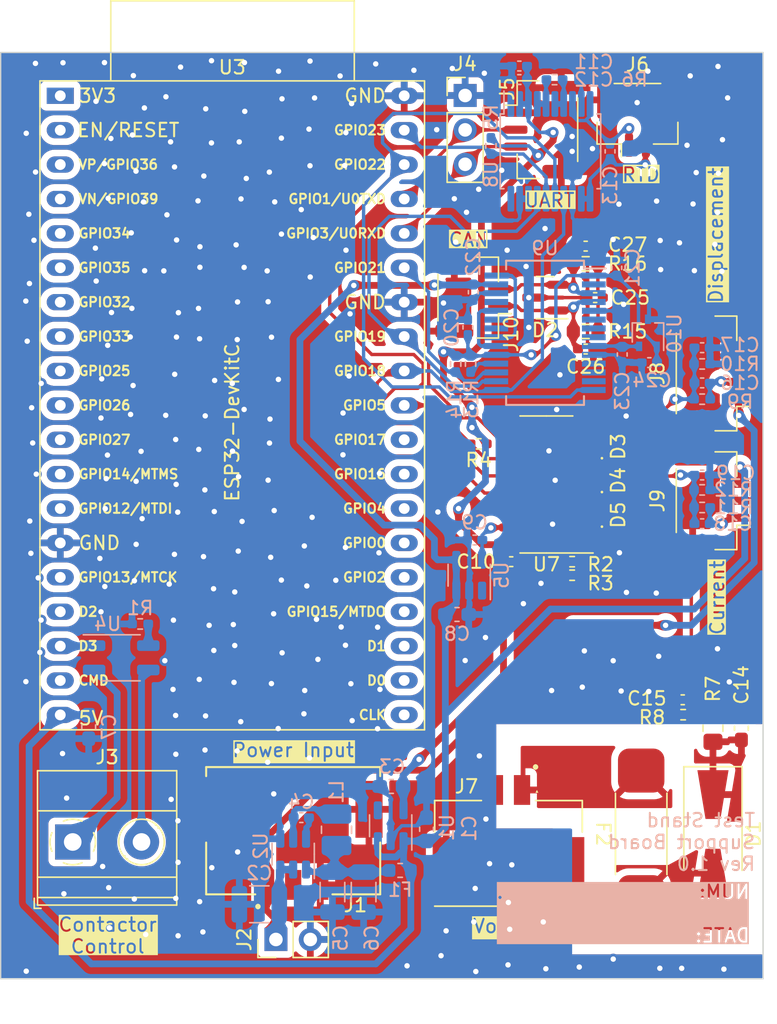
<source format=kicad_pcb>
(kicad_pcb (version 20221018) (generator pcbnew)
  (title_block (title "Test Stand Power Monitor") (date "2023-08-08") (rev "1.0") (comment 1 "Ed Katynski") (comment 2 "(PENDING REVIEW)"))
  (layers (0 "F.Cu" signal) (1 "In1.Cu" signal) (2 "In2.Cu" signal) (31 "B.Cu" signal) (34 "B.Paste" user) (35 "F.Paste" user) (36 "B.SilkS" user "B.Silkscreen") (37 "F.SilkS" user "F.Silkscreen") (38 "B.Mask" user) (39 "F.Mask" user) (44 "Edge.Cuts" user))
  (net 0 "")
  (net 1 "+5V")
  (net 2 "GND")
  (net 3 "+3.3V")
  (net 4 "Net-(J6-Pin_1)")
  (net 5 "Net-(J6-Pin_2)")
  (net 6 "+3.0V_REF")
  (net 7 "Net-(J7-Pin_1)")
  (net 8 "/Voltage, Current, Displacement Monitoring/Current Inputs/I1")
  (net 9 "/Voltage, Current, Displacement Monitoring/Voltage Inputs/V1")
  (net 10 "/Voltage, Current, Displacement Monitoring/Displacement Input/D")
  (net 11 "/UART.TXD")
  (net 12 "/UART.RXD")
  (net 13 "/SPI.~{CS_RTD}")
  (net 14 "/SPI.~{CS_ADC}")
  (net 16 "/SPI.~{CS_CAN}")
  (net 17 "/SPI.MOSI")
  (net 18 "/SPI.MISO")
  (net 19 "/SPI.SCK")
  (net 20 "Net-(U7-CH0)")
  (net 21 "Net-(D1-K)")
  (net 22 "/CAN Transceiver/CAN+")
  (net 23 "Net-(C25-Pad1)")
  (net 24 "Net-(D1-A)")
  (net 25 "Net-(J3-Pin_1)")
  (net 26 "Net-(J3-Pin_2)")
  (net 27 "Net-(R1-Pad1)")
  (net 28 "+12V")
  (net 30 "Net-(U2-BST)")
  (net 31 "Net-(U2-SW)")
  (net 32 "Net-(U2-FB)")
  (net 33 "Net-(J8-Pin_2)")
  (net 34 "Net-(J9-Pin_1)")
  (net 35 "Net-(U10-CLOCK)")
  (net 36 "/CAN Transceiver/CAN-")
  (net 37 "Net-(U8-BIAS)")
  (net 38 "Net-(U8-ISENSOR)")
  (net 54 "Net-(U3-SD_DATA3{slash}GPIO10)")
  (net 78 "Net-(U9-~{RESET})")
  (net 79 "Net-(U9-TXD)")
  (net 80 "Net-(U9-RXD)")
  (footprint "Resistor_SMD:R_0805_2012Metric_Pad1.20x1.40mm_HandSolder" (layer "F.Cu") (at 149.6 90.9 90)
    (fp_text reference "R7")
    (fp_text value "97.6K 0.1%")
  )
  (footprint "Resistor_SMD:R_0402_1005Metric_Pad0.72x0.64mm_HandSolder" (layer "F.Cu") (at 132.3 69.9 180)
    (fp_text reference "R4")
    (fp_text value "4.7K")
  )
  (footprint "Resistor_SMD:R_0603_1608Metric_Pad0.98x0.95mm_HandSolder" (layer "F.Cu") (at 140.2 56.6 180)
    (fp_text reference "R16")
    (fp_text value "60R 0.5%")
  )
  (footprint "Diode_SMD:D_0201_0603Metric" (layer "F.Cu") (at 141.4 75.155 90)
    (fp_text reference "D5")
    (fp_text value "PESD3V3Y1BSFYL")
  )
  (footprint "connector:MOLEX_5600200330" (layer "F.Cu") (at 118.6 98.4672 180)
    (fp_text reference "J1")
    (fp_text value "560020-0330")
  )
  (footprint "fuse:SF-3812TM050T-2" (layer "F.Cu") (at 144.3 98.7 -90)
    (fp_text reference "F2")
    (fp_text value "SF-3812TM050T-2")
  )
  (footprint "Connector_PinHeader_2.54mm:PinHeader_1x03_P2.54mm_Vertical" (layer "F.Cu") (at 131.3 44.175)
    (fp_text reference "J4")
    (fp_text value "Conn_01x03_Pin")
  )
  (footprint "Connector_JST:JST_GH_BM04B-GHS-TBT_1x04-1MP_P1.25mm_Vertical" (layer "F.Cu") (at 149.5 64.7 90)
    (fp_text reference "J8")
    (fp_text value "BM04B-GHS-TBT")
  )
  (footprint "Diode_SMD:D_0201_0603Metric" (layer "F.Cu") (at 141.4 72.6 90)
    (fp_text reference "D4")
    (fp_text value "PESD3V3Y1BSFYL")
  )
  (footprint "TerminalBlock_Phoenix:TerminalBlock_Phoenix_MKDS-1,5-2-5.08_1x02_P5.08mm_Horizontal" (layer "F.Cu") (at 102.32 99.3)
    (fp_text reference "J3")
    (fp_text value "1715721")
  )
  (footprint "Diode_SMD:D_0201_0603Metric" (layer "F.Cu") (at 141.4 70.1 90)
    (fp_text reference "D3")
    (fp_text value "PESD3V3Y1BSFYL")
  )
  (footprint "Connector_JST:JST_GH_BM03B-GHS-TBT_1x03-1MP_P1.25mm_Vertical" (layer "F.Cu") (at 149.5 74.1 90)
    (fp_text reference "J9")
    (fp_text value "BM03B-GHS-TBT")
  )
  (footprint "Resistor_SMD:R_0402_1005Metric_Pad0.72x0.64mm_HandSolder" (layer "F.Cu") (at 139.2 78.6)
    (fp_text reference "R2")
    (fp_text value "5K 0.1%")
  )
  (footprint "Capacitor_SMD:C_0402_1005Metric_Pad0.74x0.62mm_HandSolder" (layer "F.Cu") (at 147.3675 88.8 180)
    (fp_text reference "C15")
    (fp_text value "0.1uF 25V")
  )
  (footprint "Capacitor_SMD:C_0402_1005Metric_Pad0.74x0.62mm_HandSolder" (layer "F.Cu") (at 140.9 59.1 180)
    (fp_text reference "C25")
    (fp_text value "4.7nF 10V")
  )
  (footprint "Diode_SMD:D_SMA-SMB_Universal_Handsoldering" (layer "F.Cu") (at 149.6 98.7 -90)
    (fp_text reference "D1")
    (fp_text value "S1MB-13-F")
  )
  (footprint "Capacitor_SMD:C_0402_1005Metric_Pad0.74x0.62mm_HandSolder" (layer "F.Cu") (at 134.7 78.6)
    (fp_text reference "C10")
    (fp_text value "0.1uF 25V")
  )
  (footprint "Capacitor_SMD:C_0402_1005Metric_Pad0.74x0.62mm_HandSolder" (layer "F.Cu") (at 140.2 62.9 180)
    (fp_text reference "C26")
    (fp_text value "56pF 25V")
  )
  (footprint "Resistor_SMD:R_0603_1608Metric_Pad0.98x0.95mm_HandSolder" (layer "F.Cu") (at 140.2 61.6)
    (fp_text reference "R15")
    (fp_text value "60R 0.5%")
  )
  (footprint "Espressif:ESP32-DevKitC" (layer "F.Cu") (at 101.4 44.19656)
    (fp_text reference "U3")
    (fp_text value "ESP32-DevKitC")
  )
  (footprint "Connector_JST:JST_GH_BM02B-GHS-TBT_1x02-1MP_P1.25mm_Vertical" (layer "F.Cu") (at 131.9 59.1 90)
    (fp_text reference "J10")
    (fp_text value "BM02B-GHS-TBT")
  )
  (footprint "Resistor_SMD:R_0402_1005Metric_Pad0.72x0.64mm_HandSolder" (layer "F.Cu") (at 139.2 79.6 180)
    (fp_text reference "R3")
    (fp_text value "5K 0.1%")
  )
  (footprint "Connector_JST:JST_GH_BM03B-GHS-TBT_1x03-1MP_P1.25mm_Vertical" (layer "F.Cu") (at 137 46.7 -90)
    (fp_text reference "J5")
    (fp_text value "BM03B-GHS-TBT")
  )
  (footprint "Capacitor_SMD:C_0603_1608Metric_Pad1.08x0.95mm_HandSolder" (layer "F.Cu") (at 151.7 90.9 90)
    (fp_text reference "C14")
    (fp_text value "100pF 200V")
  )
  (footprint "Capacitor_SMD:C_0402_1005Metric_Pad0.74x0.62mm_HandSolder" (layer "F.Cu") (at 140.2 55.3 180)
    (fp_text reference "C27")
    (fp_text value "56pF 25V")
  )
  (footprint "Connector_PinHeader_2.54mm:PinHeader_1x02_P2.54mm_Vertical" (layer "F.Cu") (at 117.325 106.5 90)
    (fp_text reference "J2")
    (fp_text value "Conn_01x02_Pin")
  )
  (footprint "Connector_JST:JST_GH_BM02B-GHS-TBT_1x02-1MP_P1.25mm_Vertical" (layer "F.Cu") (at 144.025 45.9)
    (fp_text reference "J6")
    (fp_text value "BM02B-GHS-TBT")
  )
  (footprint "Package_SO:SOIC-16_3.9x9.9mm_P1.27mm" (layer "F.Cu") (at 137.3 72.9 180)
    (fp_text reference "U7")
    (fp_text value "MCP3208-CI/SL")
  )
  (footprint "Package_TO_SOT_SMD:SOT-23" (layer "F.Cu") (at 137.2 59.1 180)
    (fp_text reference "D2")
    (fp_text value "NUP2105L")
  )
  (footprint "connector:MOLEX_5600200230" (layer "F.Cu") (at 134.5 95.46)
    (fp_text reference "J7")
    (fp_text value "560020-0230")
  )
  (footprint "Resistor_SMD:R_0402_1005Metric_Pad0.72x0.64mm_HandSolder" (layer "F.Cu") (at 147.3975 89.9 180)
    (fp_text reference "R8")
    (fp_text value "3K 0.1%")
  )
  (footprint "Capacitor_SMD:C_1210_3225Metric" (layer "B.Cu") (at 116.1 103.9 180)
    (fp_text reference "C2")
    (fp_text value "C3225X8R1E106K250AC")
  )
  (footprint "Capacitor_SMD:C_0402_1005Metric_Pad0.74x0.62mm_HandSolder" (layer "B.Cu") (at 135.3 43 180)
    (fp_text reference "C12")
    (fp_text value "0.1uF 25V")
  )
  (footprint "Resistor_SMD:R_0402_1005Metric_Pad0.72x0.64mm_HandSolder" (layer "B.Cu") (at 148.8 74.6 180)
    (fp_text reference "R11")
    (fp_text value "2K 0.1%")
  )
  (footprint "Capacitor_SMD:C_0402_1005Metric_Pad0.74x0.62mm_HandSolder" (layer "B.Cu") (at 142.9 63.3 -90)
    (fp_text reference "C23")
    (fp_text value "~")
  )
  (footprint "Package_SO:SSOP-20_5.3x7.2mm_P0.65mm" (layer "B.Cu") (at 137.6 48.3 -90)
    (fp_text reference "U8")
    (fp_text value "MAX31865xAP")
  )
  (footprint "Capacitor_SMD:C_0402_1005Metric_Pad0.74x0.62mm_HandSolder" (layer "B.Cu") (at 142.5 56.9 90)
    (fp_text reference "C21")
    (fp_text value "0.1uF 25V")
  )
  (footprint "Capacitor_SMD:C_0402_1005Metric_Pad0.74x0.62mm_HandSolder" (layer "B.Cu") (at 119.2 97.5 180)
    (fp_text reference "C4")
    (fp_text value "0.1uF 25V")
  )
  (footprint "Inductor_SMD:L_1008_2520Metric_Pad1.43x2.20mm_HandSolder" (layer "B.Cu") (at 121.8 98.4 -90)
    (fp_text reference "L1")
    (fp_text value "DFE252012P-4R7M=P2")
  )
  (footprint "Capacitor_SMD:C_0603_1608Metric_Pad1.08x0.95mm_HandSolder" (layer "B.Cu") (at 130.7 82.5)
    (fp_text reference "C8")
    (fp_text value "10uF 10V")
  )
  (footprint "Resistor_SMD:R_0402_1005Metric_Pad0.72x0.64mm_HandSolder" (layer "B.Cu") (at 130.6 64 -90)
    (fp_text reference "R14")
    (fp_text value "4.7K")
  )
  (footprint "Resistor_SMD:R_0402_1005Metric_Pad0.72x0.64mm_HandSolder" (layer "B.Cu") (at 148.8 73.3)
    (fp_text reference "R12")
    (fp_text value "6.04K 0.1%")
  )
  (footprint "Capacitor_SMD:C_0402_1005Metric_Pad0.74x0.62mm_HandSolder" (layer "B.Cu") (at 135.3 42 180)
    (fp_text reference "C11")
    (fp_text value "0.1uF 25V")
  )
  (footprint "Capacitor_SMD:C_0402_1005Metric_Pad0.74x0.62mm_HandSolder" (layer "B.Cu") (at 148.8 72.2)
    (fp_text reference "C19")
    (fp_text value "0.1uF 25V")
  )
  (footprint "Package_TO_SOT_SMD:TSOT-23-6" (layer "B.Cu") (at 118.6 100.2 90)
    (fp_text reference "U2")
    (fp_text value "AP63205WU-7")
  )
  (footprint "Resistor_SMD:R_0402_1005Metric_Pad0.72x0.64mm_HandSolder" (layer "B.Cu") (at 131.7 64 -90)
    (fp_text reference "R13")
    (fp_text value "4.7K")
  )
  (footprint "Capacitor_SMD:C_0402_1005Metric_Pad0.74x0.62mm_HandSolder" (layer "B.Cu") (at 131.5 61.3 90)
    (fp_text reference "C20")
    (fp_text value "0.1uF 25V")
  )
  (footprint "Capacitor_SMD:C_1206_3216Metric" (layer "B.Cu") (at 123.8 103 -90)
    (fp_text reference "C6")
    (fp_text value "C3216X5R1C226M160AB")
  )
  (footprint "Resistor_SMD:R_0402_1005Metric_Pad0.72x0.64mm_HandSolder" (layer "B.Cu") (at 137.9 43)
    (fp_text reference "R6")
    (fp_text value "3.97K 0.1%")
  )
  (footprint "Package_TO_SOT_SMD:SOT-23-5" (layer "B.Cu") (at 131.6 79.6 90)
    (fp_text reference "U5")
    (fp_text value "LM4132BMF-3.0/NOPB")
  )
  (footprint "Resistor_SMD:R_0402_1005Metric_Pad0.72x0.64mm_HandSolder" (layer "B.Cu") (at 148.8 66.6 180)
    (fp_text reference "R9")
    (fp_text value "6.98K 0.1%")
  )
  (footprint "Capacitor_SMD:C_0603_1608Metric_Pad1.08x0.95mm_HandSolder" (layer "B.Cu") (at 125.85 95.2 180)
    (fp_text reference "C3")
    (fp_text value "1uF 10V")
  )
  (footprint "Capacitor_SMD:C_0402_1005Metric_Pad0.74x0.62mm_HandSolder" (layer "B.Cu") (at 144.9 63.9 180)
    (fp_text reference "C24")
    (fp_text value "0.1uF 25V")
  )
  (footprint "Capacitor_SMD:C_0402_1005Metric_Pad0.74x0.62mm_HandSolder" (layer "B.Cu") (at 148.8 62.8)
    (fp_text reference "C17")
    (fp_text value "0.1uF 25V")
  )
  (footprint "Capacitor_SMD:C_0603_1608Metric_Pad1.08x0.95mm_HandSolder" (layer "B.Cu") (at 128.45 98.3625 90)
    (fp_text reference "C1")
    (fp_text value "1uF 10V")
  )
  (footprint "Package_TO_SOT_SMD:SOT-23-5" (layer "B.Cu") (at 125.8 98.1 90)
    (fp_text reference "U1")
    (fp_text value "TLV75533PDBV")
  )
  (footprint "Resistor_SMD:R_0402_1005Metric_Pad0.72x0.64mm_HandSolder" (layer "B.Cu") (at 148.8 64)
    (fp_text reference "R10")
    (fp_text value "2.94K 0.1%")
  )
  (footprint "Capacitor_SMD:C_1206_3216Metric" (layer "B.Cu") (at 121.5 103 -90)
    (fp_text reference "C5")
    (fp_text value "C3216X5R1C226M160AB")
  )
  (footprint "Fuse:Fuse_0603_1608Metric" (layer "B.Cu") (at 126.5 101.4)
    (fp_text reference "F1")
    (fp_text value "C2Q 500")
  )
  (footprint "Package_SO:SSOP-28_5.3x10.2mm_P0.65mm" (layer "B.Cu") (at 137.2 61.7 180)
    (fp_text reference "U9")
    (fp_text value "MCP25625-x-SS")
  )
  (footprint "Capacitor_SMD:C_0402_1005Metric_Pad0.74x0.62mm_HandSolder" (layer "B.Cu") (at 131.9 58.7 -90)
    (fp_text reference "C22")
    (fp_text value "0.1uF 25V")
  )
  (footprint "Resistor_SMD:R_0402_1005Metric_Pad0.72x0.64mm_HandSolder" (layer "B.Cu") (at 107.3 83.2 180)
    (fp_text reference "R1")
    (fp_text value "267R 0.5%")
  )
  (footprint "Package_TO_SOT_SMD:SOT-323_SC-70" (layer "B.Cu") (at 144.8 61.7 90)
    (fp_text reference "U10")
    (fp_text value "MAX7375AXR805")
  )
  (footprint "Resistor_SMD:R_0402_1005Metric_Pad0.72x0.64mm_HandSolder" (layer "B.Cu") (at 133.2 47.9 -90)
    (fp_text reference "R5")
    (fp_text value "4.7K")
  )
  (footprint "Capacitor_SMD:C_0402_1005Metric_Pad0.74x0.62mm_HandSolder" (layer "B.Cu") (at 142 48.3 -90)
    (fp_text reference "C13")
    (fp_text value "0.01uF 10V")
  )
  (footprint "Capacitor_SMD:C_0402_1005Metric_Pad0.74x0.62mm_HandSolder" (layer "B.Cu") (at 132 77 180)
    (fp_text reference "C9")
    (fp_text value "0.1uF 25V")
  )
  (footprint "Capacitor_SMD:C_0402_1005Metric_Pad0.74x0.62mm_HandSolder" (layer "B.Cu") (at 148.8 75.8 180)
    (fp_text reference "C18")
    (fp_text value "100pF 25V")
  )
  (footprint "Capacitor_SMD:C_0402_1005Metric_Pad0.74x0.62mm_HandSolder" (layer "B.Cu") (at 148.8 65.4 180)
    (fp_text reference "C16")
    (fp_text value "100pF 25V")
  )
  (footprint "OptoDevice:OnSemi_CASE100CY" (layer "B.Cu") (at 105.9 85.7 -90)
    (fp_text reference "U4")
    (fp_text value "TLP241A(TP1,F")
  )
  (footprint "Capacitor_SMD:C_0603_1608Metric_Pad1.08x0.95mm_HandSolder" (layer "B.Cu") (at 103.5 90.8 -90)
    (fp_text reference "C7")
    (fp_text value "10uF 25V")
  )
  (gr_poly (pts (xy 97 41) (xy 97 109.4) (xy 153.3 109.4) (xy 153.3 41)) (stroke (width 0.1)) (fill none) (layer "Edge.Cuts"))
  (gr_text "NUM:                   .\n\nDATE:                  \n " (at 152.4 108.4) (layer "B.SilkS" knockout) (effects (font (size 1 1)) (justify left bottom mirror)))
  (gr_text "Test Stand\nSupport Board\nRev 1.0" (at 152.8 101.5) (layer "B.SilkS") (effects (font (size 1 1)) (justify left bottom mirror)))
  (gr_text "Current" (at 150.5 84.1 90) (layer "F.SilkS" knockout) (effects (font (size 1 1)) (justify left bottom)))
  (gr_text "Displacement" (at 150.4 59.6 90) (layer "F.SilkS" knockout) (effects (font (size 1 1)) (justify left bottom)))
  (gr_text "Voltage" (at 131.8 106.1) (layer "F.SilkS" knockout) (effects (font (size 1 1)) (justify left bottom)))
  (gr_text "CAN" (at 130 55.4) (layer "F.SilkS" knockout) (effects (font (size 1 1)) (justify left bottom)))
  (gr_text "Power Input" (at 118.6 93.1) (layer "F.SilkS" knockout) (effects (font (size 1 1)) (justify bottom)))
  (gr_text "RTD" (at 142.8 50.6) (layer "F.SilkS" knockout) (effects (font (size 1 1)) (justify left bottom)))
  (gr_text "UART" (at 135.6 52.5) (layer "F.SilkS" knockout) (effects (font (size 1 1)) (justify left bottom)))
  (gr_text "Contactor\nControl" (at 104.9 107.6) (layer "F.SilkS" knockout) (effects (font (size 1 1)) (justify bottom)))
  (segment (start 151.6 71.6) (end 151.6 72.7) (width 0.5) (layer "F.Cu") (net 1))
  (segment (start 128.994416 58.2) (end 129.025872 58.168544) (width 0.5) (layer "F.Cu") (net 1))
  (segment (start 151.6 72.7) (end 151.45 72.85) (width 0.5) (layer "F.Cu") (net 1))
  (segment (start 123.0755 58.2) (end 128.994416 58.2) (width 0.5) (layer "F.Cu") (net 1))
  (via (at 123.0755 58.2) (size 0.8) (drill 0.4) (layers "F.Cu" "B.Cu") (net 1))
  (via (at 151.6 71.6) (size 0.8) (drill 0.4) (layers "F.Cu" "B.Cu") (net 1))
  (via (at 129.025872 58.168544) (size 0.8) (drill 0.4) (layers "F.Cu" "B.Cu") (net 1))
  (segment (start 127.2875 105.7125) (end 124.7 108.3) (width 0.5) (layer "B.Cu") (net 1))
  (segment (start 99.1 92.21656) (end 101.4 89.91656) (width 0.5) (layer "B.Cu") (net 1))
  (segment (start 129.025872 58.168544) (end 131.863956 58.168544) (width 0.5) (layer "B.Cu") (net 1))
  (segment (start 130.65 81.6875) (end 129.8375 82.5) (width 0.5) (layer "B.Cu") (net 1))
  (segment (start 126.75 99.2375) (end 126.75 100.1) (width 0.5) (layer "B.Cu") (net 1))
  (segment (start 119.1 62.2) (end 119.1 69.7) (width 0.5) (layer "B.Cu") (net 1))
  (segment (start 124.7 108.3) (end 103.7 108.3) (width 0.5) (layer "B.Cu") (net 1))
  (segment (start 126.75 100.1) (end 126.75 100.8625) (width 0.5) (layer "B.Cu") (net 1))
  (segment (start 125.3 75.9) (end 127.97 75.9) (width 0.5) (layer "B.Cu") (net 1))
  (segment (start 126.5 100.1) (end 126.2 100.4) (width 0.5) (layer "B.Cu") (net 1))
  (segment (start 129.2625 78.4625) (end 130.65 78.4625) (width 0.5) (layer "B.Cu") (net 1))
  (segment (start 127.2875 101.4) (end 127.2875 105.7125) (width 0.5) (layer "B.Cu") (net 1))
  (segment (start 151.94355 71.94355) (end 151.6 71.6) (width 0.5) (layer "B.Cu") (net 1))
  (segment (start 129.032 78.232) (end 129.2625 78.4625) (width 0.5) (layer "B.Cu") (net 1))
  (segment (start 129.8375 98.2375) (end 129.8375 82.5) (width 0.5) (layer "B.Cu") (net 1))
  (segment (start 126.2 100.4) (end 125.1 100.4) (width 0.5) (layer "B.Cu") (net 1))
  (segment (start 129.032 76.962) (end 129.032 78.232) (width 0.5) (layer "B.Cu") (net 1))
  (segment (start 129.8375 98.2375) (end 128.85 99.225) (width 0.5) (layer "B.Cu") (net 1))
  (segment (start 124.85 100.15) (end 124.85 99.2375) (width 0.5) (layer "B.Cu") (net 1))
  (segment (start 126.75 100.8625) (end 127.2875 101.4) (width 0.5) (layer "B.Cu") (net 1))
  (segment (start 130.65 80.7375) (end 130.65 78.4625) (width 0.5) (layer "B.Cu") (net 1))
  (segment (start 148.21005 82.1) (end 151.94355 78.3665) (width 0.5) (layer "B.Cu") (net 1))
  (segment (start 151.6 71.6) (end 151.6 71.7) (width 0.5) (layer "B.Cu") (net 1))
  (segment (start 103.7 108.3) (end 99.1 103.7) (width 0.5) (layer "B.Cu") (net 1))
  (segment (start 123.0755 58.2) (end 123.0755 58.2245) (width 0.5) (layer "B.Cu") (net 1))
  (segment (start 129.8375 89.8625) (end 137.6 82.1) (width 0.5) (layer "B.Cu") (net 1))
  (segment (start 130.65 80.7375) (end 130.65 81.6875) (width 0.5) (layer "B.Cu") (net 1))
  (segment (start 127.97 75.9) (end 129.032 76.962) (width 0.5) (layer "B.Cu") (net 1))
  (segment (start 99.1 103.7) (end 99.1 92.21656) (width 0.5) (layer "B.Cu") (net 1))
  (segment (start 126.75 100.1) (end 126.5 100.1) (width 0.5) (layer "B.Cu") (net 1))
  (segment (start 103.5 89.9375) (end 101.42094 89.9375) (width 0.5) (layer "B.Cu") (net 1))
  (segment (start 126.75 99.2375) (end 128.4375 99.2375) (width 0.5) (layer "B.Cu") (net 1))
  (segment (start 125.1 100.4) (end 124.85 100.15) (width 0.5) (layer "B.Cu") (net 1))
  (segment (start 151.94355 78.3665) (end 151.94355 71.94355) (width 0.5) (layer "B.Cu") (net 1))
  (segment (start 128.85 99.225) (end 128.45 99.225) (width 0.5) (layer "B.Cu") (net 1))
  (segment (start 137.6 82.1) (end 148.21005 82.1) (width 0.5) (layer "B.Cu") (net 1))
  (segment (start 119.1 69.7) (end 125.3 75.9) (width 0.5) (layer "B.Cu") (net 1))
  (segment (start 133.6 58.125) (end 131.9075 58.125) (width 0.25) (layer "B.Cu") (net 1))
  (segment (start 123.0755 58.2245) (end 119.1 62.2) (width 0.5) (layer "B.Cu") (net 1))
  (segment (start 142.22 72.92) (end 142.5 73.2) (width 0.25) (layer "F.Cu") (net 2))
  (segment (start 141.4 70.42) (end 142.12 70.42) (width 0.25) (layer "F.Cu") (net 2))
  (segment (start 140.3325 55.735) (end 140.7675 55.3) (width 0.25) (layer "F.Cu") (net 2))
  (segment (start 140.785 73.535) (end 141.4 72.92) (width 0.25) (layer "F.Cu") (net 2))
  (segment (start 141.4 75.475) (end 142.075 75.475) (width 0.25) (layer "F.Cu") (net 2))
  (segment (start 140.825 70.995) (end 141.4 70.42) (width 0.25) (layer "F.Cu") (net 2))
  (segment (start 139.775 70.995) (end 140.825 70.995) (width 0.25) (layer "F.Cu") (net 2))
  (segment (start 141.4 72.92) (end 142.22 72.92) (width 0.25) (layer "F.Cu") (net 2))
  (segment (start 140.3325 59.1) (end 140.3325 55.735) (width 0.25) (layer "F.Cu") (net 2))
  (segment (start 140.3325 59.1) (end 140.3325 62.465) (width 0.25) (layer "F.Cu") (net 2))
  (segment (start 140.3325 59.1) (end 136 59.1) (width 0.25) (layer "F.Cu") (net 2))
  (segment (start 140.8 76.075) (end 141.4 75.475) (width 0.25) (layer "F.Cu") (net 2))
  (segment (start 140.3325 62.465) (end 140.7675 62.9) (width 0.25) (layer "F.Cu") (net 2))
  (segment (start 142.12 70.42) (end 142.3 70.6) (width 0.25) (layer "F.Cu") (net 2))
  (segment (start 139.775 73.535) (end 140.785 73.535) (width 0.25) (layer "F.Cu") (net 2))
  (segment (start 142.075 75.475) (end 142.4 75.8) (width 0.25) (layer "F.Cu") (net 2))
  (segment (start 139.775 76.075) (end 140.8 76.075) (width 0.25) (layer "F.Cu") (net 2))
  (via (at 145.675768 108.626314) (size 0.8) (drill 0.4) (layers "F.Cu" "B.Cu") (net 2))
  (via (at 104.976356 102.673339) (size 0.8) (drill 0.4) (layers "F.Cu" "B.Cu") (net 2))
  (via (at 149.933639 85.033836) (size 0.8) (drill 0.4) (layers "F.Cu" "B.Cu") (net 2))
  (via (at 109.54689 47.599651) (size 0.8) (drill 0.4) (layers "F.Cu" "B.Cu") (net 2))
  (via (at 112.720779 80.598319) (size 0.8) (drill 0.4) (layers "F.Cu" "B.Cu") (net 2))
  (via (at 111.572419 51.954339) (size 0.8) (drill 0.4) (layers "F.Cu" "B.Cu") (net 2))
  (via (at 137.259707 108.662866) (size 0.8) (drill 0.4) (layers "F.Cu" "B.Cu") (net 2))
  (via (at 106.869457 103.510288) (size 0.8) (drill 0.4) (layers "F.Cu" "B.Cu") (net 2))
  (via (at 109.957951 72.8934) (size 0.8) (drill 0.4) (layers "F.Cu" "B.Cu") (net 2))
  (via (at 145.737758 57.032041) (size 0.8) (drill 0.4) (layers "F.Cu" "B.Cu") (net 2))
  (via (at 104.664042 41.746071) (size 0.8) (drill 0.4) (layers "F.Cu" "B.Cu") (net 2))
  (via (at 117.156592 82.447854) (size 0.8) (drill 0.4) (layers "F.Cu" "B.Cu") (net 2))
  (via (at 112.739349 85.156503) (size 0.8) (drill 0.4) (layers "F.Cu" "B.Cu") (net 2))
  (via (at 99.149839 75.601441) (size 0.8) (drill 0.4) (layers "F.Cu" "B.Cu") (net 2))
  (via (at 140.102434 85.187527) (size 0.8) (drill 0.4) (layers "F.Cu" "B.Cu") (net 2))
  (via (at 104.530288 101.107342) (size 0.8) (drill 0.4) (layers "F.Cu" "B.Cu") (net 2))
  (via (at 132.087692 108.864394) (size 0.8) (drill 0.4) (layers "F.Cu" "B.Cu") (net 2))
  (via (at 129.7 59.5) (size 0.8) (drill 0.4) (layers "F.Cu" "B.Cu") (net 2))
  (via (at 114.120901 70.438228) (size 0.8) (drill 0.4) (layers "F.Cu" "B.Cu") (net 2))
  (via (at 105.183268 60.199883) (size 0.8) (drill 0.4) (layers "F.Cu" "B.Cu") (net 2))
  (via (at 129.520177 107.696363) (size 0.8) (drill 0.4) (layers "F.Cu" "B.Cu") (net 2))
  (via (at 111.694021 103.707185) (size 0.8) (drill 0.4) (layers "F.Cu" "B.Cu") (net 2))
  (via (at 142.692466 77.940095) (size 0.8) (drill 0.4) (layers "F.Cu" "B.Cu") (net 2))
  (via (at 116.748861 72.581523) (size 0.8) (drill 0.4) (layers "F.Cu" "B.Cu") (net 2))
  (via (at 116.67931 57.126292) (size 0.8) (drill 0.4) (layers "F.Cu" "B.Cu") (net 2))
  (via (at 142.656511 52.199358) (size 0.8) (drill 0.4) (layers "F.Cu" "B.Cu") (net 2))
  (via (at 150.407844 108.69154) (size 0.8) (drill 0.4) (layers "F.Cu" "B.Cu") (net 2))
  (via (at 114.230314 87.512116) (size 0.8) (drill 0.4) (layers "F.Cu" "B.Cu") (net 2))
  (via (at 129.89399 105.86128) (size 0.8) (drill 0.4) (layers "F.Cu" "B.Cu") (net 2))
  (via (at 106.593161 67.727) (size 0.8) (drill 0.4) (layers "F.Cu" "B.Cu") (net 2))
  (via (at 137.755032 75.830277) (size 0.8) (drill 0.4) (layers "F.Cu" "B.Cu") (net 2))
  (via (at 122.14403 83.425226) (size 0.8) (drill 0.4) (layers "F.Cu" "B.Cu") (net 2))
  (via (at 130.6 55) (size 0.8) (drill 0.4) (layers "F.Cu" "B.Cu") (net 2))
  (via (at 145.702384 54.882394) (size 0.8) (drill 0.4) (layers "F.Cu" "B.Cu") (net 2))
  (via (at 104.325378 78.36009) (size 0.8) (drill 0.4) (layers "F.Cu" "B.Cu") (net 2))
  (via (at 116.999125 62.023423) (size 0.8) (drill 0.4) (layers "F.Cu" "B.Cu") (net 2))
  (via (at 106.777374 65.590914) (size 0.8) (drill 0.4) (layers "F.Cu" "B.Cu") (net 2))
  (via (at 143.210597 80.869545) (size 0.8) (drill 0.4) (layers "F.Cu" "B.Cu") (net 2))
  (via (at 144.792334 42.377286) (size 0.8) (drill 0.4) (layers "F.Cu" "B.Cu") (net 2))
  (via (at 119.393935 89.834771) (size 0.8) (drill 0.4) (layers "F.Cu" "B.Cu") (net 2))
  (via (at 99.985074 82.913018) (size 0.8) (drill 0.4) (layers "F.Cu" "B.Cu") (net 2))
  (via (at 144.859338 88.187216) (size 0.8) (drill 0.4) (layers "F.Cu" "B.Cu") (net 2))
  (via (at 129.286 74.93) (size 0.8) (drill 0.4) (layers "F.Cu" "B.Cu") (net 2))
  (via (at 106.728815 47.089966) (size 0.8) (drill 0.4) (layers "F.Cu" "B.Cu") (net 2))
  (via (at 109.0477 57.126465) (size 0.8) (drill 0.4) (layers "F.Cu" "B.Cu") (net 2))
  (via (at 117.732658 54.409633) (size 0.8) (drill 0.4) (layers "F.Cu" "B.Cu") (net 2))
  (via (at 119.423705 77.440306) (size 0.8) (drill 0.4) (layers "F.Cu" "B.Cu") (net 2))
  (via (at 119.60751 80.392651) (size 0.8) (drill 0.4) (layers "F.Cu" "B.Cu") (net 2))
  (via (at 112.565027 47.676978) (size 0.8) (drill 0.4) (layers "F.Cu" "B.Cu") (net 2))
  (via (at 147.289699 108.628228) (size 0.8) (drill 0.4) (layers "F.Cu" "B.Cu") (net 2))
  (via (at 114.285624 80.837588) (size 0.8) (drill 0.4) (layers "F.Cu" "B.Cu") (net 2))
  (via (at 148.129226 52.185439) (size 0.8) (drill 0.4) (layers "F.Cu" "B.Cu") (net 2))
  (via (at 124.973669 72.085556) (size 0.8) (drill 0.4) (layers "F.Cu" "B.Cu") (net 2))
  (via (at 134.745334 100.987897) (size 0.8) (drill 0.4) (layers "F.Cu" "B.Cu") (net 2))
  (via (at 134.4 55.6) (size 0.8) (drill 0.4) (layers "F.Cu" "B.Cu") (net 2))
  (via (at 120.085439 54.661759) (size 0.8) (drill 0.4) (layers "F.Cu" "B.Cu") (net 2))
  (via (at 107.003998 77.31993) (size 0.8) (drill 0.4) (layers "F.Cu" "B.Cu") (net 2))
  (via (at 104.795107 72.467941) (size 0.8) (drill 0.4) (layers "F.Cu" "B.Cu") (net 2))
  (via (at 132.349124 92.943461) (size 0.8) (drill 0.4) (layers "F.Cu" "B.Cu") (net 2))
  (via (at 148.226988 57.109267) (size 0.8) (drill 0.4) (layers "F.Cu" "B.Cu") (net 2))
  (via (at 149.936988 52.810765) (size 0.8) (drill 0.4) (layers "F.Cu" "B.Cu") (net 2))
  (via (at 109.121369 85.911385) (size 0.8) (drill 0.4) (layers "F.Cu" "B.Cu") (net 2))
  (via (at 112.799736 65.217425) (size 0.8) (drill 0.4) (layers "F.Cu" "B.Cu") (net 2))
  (via (at 149.972025 42.029097) (size 0.8) (drill 0.4) (layers "F.Cu" "B.Cu") (net 2))
  (via (at 122.953296 90.339913) (size 0.8) (drill 0.4) (layers "F.Cu" "B.Cu") (net 2))
  (via (at 104.460379 65.100108) (size 0.8) (drill 0.4) (layers "F.Cu" "B.Cu") (net 2))
  (via (at 114.102926 65.437569) (size 0.8) (drill 0.4) (layers "F.Cu" "B.Cu") (net 2))
  (via (at 120.179685 44.356064) (size 0.8) (drill 0.4) (layers "F.Cu" "B.Cu") (net 2))
  (via (at 135.8 56.8) (size 0.8) (drill 0.4) (layers "F.Cu" "B.Cu") (net 2))
  (via (at 117.519473 42.381878) (size 0.8) (drill 0.4) (layers "F.Cu" "B.Cu") (net 2))
  (via (at 104.405949 82.302852) (size 0.8) (drill 0.4) (layers "F.Cu" "B.Cu") (net 2))
  (via (at 116.938317 78.276791) (size 0.8) (drill 0.4) (layers "F.Cu" "B.Cu") (net 2))
  (via (at 140.7 48.1) (size 0.8) (drill 0.4) (layers "F.Cu" "B.Cu") (net 2))
  (via (at 139.951437 87.865331) (size 0.8) (drill 0.4) (layers "F.Cu" "B.Cu") (net 2))
  (via (at 129.2 46.7) (size 0.8) (drill 0.4) (layers "F.Cu" "B.Cu") (net 2))
  (via (at 119.844627 41.634718) (size 0.8) (drill 0.4) (layers "F.Cu" "B.Cu") (net 2))
  (via (at 98.958945 62.318642) (size 0.8) (drill 0.4) (layers "F.Cu" "B.Cu") (net 2))
  (via (at 99.230778 77.982163) (size 0.8) (drill 0.4) (layers "F.Cu" "B.Cu") (net 2))
  (via (at 122.281825 67.623884) (size 0.8) (drill 0.4) (layers "F.Cu" "B.Cu") (net 2))
  (via (at 111.664428 87.293914) (size 0.8) (drill 0.4) (layers "F.Cu" "B.Cu") (net 2))
  (via (at 145.438616 51.971992) (size 0.8) (drill 0.4) (layers "F.Cu" "B.Cu") (net 2))
  (via (at 107.367862 70.45208) (size 0.8) (drill 0.4) (layers "F.Cu" "B.Cu") (net 2))
  (via (at 109.75756 82.919761) (size 0.8) (drill 0.4) (layers "F.Cu" "B.Cu") (net 2))
  (via (at 119.998114 75.32501) (size 0.8) (drill 0.4) (layers "F.Cu" "B.Cu") (net 2))
  (via (at 99.895233 85.299256) (size 0.8) (drill 0.4) (layers "F.Cu" "B.Cu") (net 2))
  (via (at 111.932741 105.942767) (size 0.8) (drill 0.4) (layers "F.Cu" "B.Cu") (net 2))
  (via (at 133.102968 100.900755) (size 0.8) (drill 0.4) (layers "F.Cu" "B.Cu") (net 2))
  (via (at 114.728095 90.415255) (size 0.8) (drill 0.4) (layers "F.Cu" "B.Cu") (net 2))
  (via (at 98.855999 59.357571) (size 0.8) (drill 0.4) (layers "F.Cu" "B.Cu") (net 2))
  (via (at 106.798239 42.708225) (size 0.8) (drill 0.4) (layers "F.Cu" "B.Cu") (net 2))
  (via (at 117.78272 85.331605) (size 0.8) (drill 0.4) (layers "F.Cu" "B.Cu") (net 2))
  (via (at 117.197144 74.82525) (size 0.8) (drill 0.4) (layers "F.Cu" "B.Cu") (net 2))
  (via (at 143.18883 67.847387) (size 0.8) (drill 0.4) (layers "F.Cu" "B.Cu") (net 2))
  (via (at 99.36462 69.834523) (size 0.8) (drill 0.4) (layers "F.Cu" "B.Cu") (net 2))
  (via (at 117.493159 90.924061) (size 0.8) (drill 0.4) (layers "F.Cu" "B.Cu") (net 2))
  (via (at 139.726545 108.535103) (size 0.8) (drill 0.4) (layers "F.Cu" "B.Cu") (net 2))
  (via (at 135.6 81.7) (size 0.8) (drill 0.4) (layers "F.Cu" "B.Cu") (net 2))
  (via (at 104.689922 80.433944) (size 0.8) (drill 0.4) (layers "F.Cu" "B.Cu") (net 2))
  (via (at 120.321538 82.859534) (size 0.8) (drill 0.4) (layers "F.Cu" "B.Cu") (net 2))
  (via (at 111.609023 59.89867) (size 0.8) (drill 0.4) (layers "F.Cu" "B.Cu") (net 2))
  (via (at 114.285072 84.791121) (size 0.8) (drill 0.4) (layers "F.Cu" "B.Cu") (net 2))
  (via (at 137.947302 72.588666) (size 0.8) (drill 0.4) (layers "F.Cu" "B.Cu") (net 2))
  (via (at 115.000487 41.744276) (size 0.8) (drill 0.4) (layers "F.Cu" "B.Cu") (net 2))
  (via (at 98.888344 46.966453) (size 0.8) (drill 0.4) (layers "F.Cu" "B.Cu") (net 2))
  (via (at 137.06851 105.204408) (size 0.8) (drill 0.4) (layers "F.Cu" "B.Cu") (net 2))
  (via (at 111.629578 70.311188) (size 0.8) (drill 0.4) (layers "F.Cu" "B.Cu") (net 2))
  (via (at 99.568408 41.803736) (size 0.8) (drill 0.4) (layers "F.Cu" "B.Cu") (net 2))
  (via (at 101.668573 103.12453) (size 0.8) (drill 0.4) (layers "F.Cu" "B.Cu") (net 2))
  (via (at 132.3 51.1) (size 0.8) (drill 0.4) (layers "F.Cu" "B.Cu") (net 2))
  (via (at 127.514136 42.314091) (size 0.8) (drill 0.4) (layers "F.Cu" "B.Cu") (net 2))
  (via (at 136 61.3) (size 0.8) (drill 0.4) (layers "F.Cu" "B.Cu") (net 2))
  (via (at 131.4 52.8) (size 0.8) (drill 0.4) (layers "F.Cu" "B.Cu") (net 2))
  (via (at 119.841946 49.363779) (size 0.8) (drill 0.4) (layers "F.Cu" "B.Cu") (net 2))
  (via (at 150.257275 57.154472) (size 0.8) (drill 0.4) (layers "F.Cu" "B.Cu") (net 2))
  (via (at 109.923203 69.578269) (size 0.8) (drill 0.4) (layers "F.Cu" "B.Cu") (net 2))
  (via (at 114.492966 59.42054) (size 0.8) (drill 0.4) (layers "F.Cu" "B.Cu") (net 2))
  (via (at 132.83381 97.606984) (size 0.8) (drill 0.4) (layers "F.Cu" "B.Cu") (net 2))
  (via (at 145.59176 85.586653) (size 0.8) (drill 0.4) (layers "F.Cu" "B.Cu") (net 2))
  (via (at 101.567002 92.769269) (size 0.8) (drill 0.4) (layers "F.Cu" "B.Cu") (net 2))
  (via (at 111.712851 56.860171) (size 0.8) (drill 0.4) (layers "F.Cu" "B.Cu") (net 2))
  (via (at 109.278342 52.987514) (size 0.8) (drill 0.4) (layers "F.Cu" "B.Cu") (net 2))
  (via (at 116.841633 49.832951) (size 0.8) (drill 0.4) (layers "F.Cu" "B.Cu") (net 2))
  (via (at 122.8 60.3) (size 0.8) (drill 0.4) (layers "F.Cu" "B.Cu") (net 2))
  (via (at 107.630855 57.113379) (size 0.8) (drill 0.4) (layers "F.Cu" "B.Cu") (net 2))
  (via (at 122.725225 64.88933) (size 0.8) (drill 0.4) (layers "F.Cu" "B.Cu") (net 2))
  (via (at 107.443211 75.42353) (size 0.8) (drill 0.4) (layers "F.Cu" "B.Cu") (net 2))
  (via (at 103.993866 55.446922) (size 0.8) (drill 0.4) (layers "F.Cu" "B.Cu") (net 2))
  (via (at 142.235328 107.947621) (size 0.8) (drill 0.4) (layers "F.Cu" "B.Cu") (net 2))
  (via (at 109.203959 44.270573) (size 0.8) (drill 0.4) (layers "F.Cu" "B.Cu") (net 2))
  (via (at 137.682874 88.115587) (size 0.8) (drill 0.4) (layers "F.Cu" "B.Cu") (net 2))
  (via (at 109.830817 78.058779) (size 0.8) (drill 0.4) (layers "F.Cu" "B.Cu") (net 2))
  (via (at 98.861824 87.458766) (size 0.8) (drill 0.4) (layers "F.Cu" "B.Cu") (net 2))
  (via (at 115.025164 45.346345) (size 0.8) (drill 0.4) (layers "F.Cu" "B.Cu") (net 2))
  (via (at 105.022099 105.632483) (size 0.8) (drill 0.4) (layers "F.Cu" "B.Cu") (net 2))
  (via (at 110.124249 60.213849) (size 0.8) (drill 0.4) (layers "F.Cu" "B.Cu") (net 2))
  (via (at 110.074245 74.94343) (size 0.8) (drill 0.4) (layers "F.Cu" "B.Cu") (net 2))
  (via (at 134.46509 108.374917) (size 0.8) (drill 0.4) (layers "F.Cu" "B.Cu") (net 2))
  (via (at 122.5 55.6) (size 0.8) (drill 0.4) (layers "F.Cu" "B.Cu") (net 2))
  (via (at 109.587477 96.152484) (size 0.8) (drill 0.4) (layers "F.Cu" "B.Cu") (net 2))
  (via (at 117.165066 95.748162) (size 0.8) (drill 0.4) (layers "F.Cu" "B.Cu") (net 2))
  (via (at 109.98287 62.013305) (size 0.8) (drill 0.4) (layers "F.Cu" "B.Cu") (net 2))
  (via (at 131.3 85.9) (size 0.8) (drill 0.4) (layers "F.Cu" "B.Cu") (net 2))
  (via (at 110.0871 97.733757) (size 0.8) (drill 0.4) (layers "F.Cu" "B.Cu") (net 2))
  (via (at 107.612797 45.092697) (size 0.8) (drill 0.4) (layers "F.Cu" "B.Cu") (net 2))
  (via (at 147.684925 47.849718) (size 0.8) (drill 0.4) (layers "F.Cu" "B.Cu") (net 2))
  (via (at 117.509632 65.142118) (size 0.8) (drill 0.4) (layers "F.Cu" "B.Cu") (net 2))
  (via (at 114.977554 56.868451) (size 0.8) (drill 0.4) (layers "F.Cu" "B.Cu") (net 2))
  (via (at 104.406368 67.991459) (size 0.8) (drill 0.4) (layers "F.Cu" "B.Cu") (net 2))
  (via (at 143 59.6) (size 0.8) (drill 0.4) (layers "F.Cu" "B.Cu") (net 2))
  (via (at 104.719322 74.684256) (size 0.8) (drill 0.4) (layers "F.Cu" "B.Cu") (net 2))
  (via (at 136 59.1) (size 0.8) (drill 0.4) (layers "F.Cu" "B.Cu") (net 2))
  (via (at 116.887895 68.071298) (size 0.8) (drill 0.4) (layers "F.Cu" "B.Cu") (net 2))
  (via (at 134.492051 103.766153) (size 0.8) (drill 0.4) (layers "F.Cu" "B.Cu") (net 2))
  (via (at 122.276489 70.709352) (size 0.8) (drill 0.4) (layers "F.Cu" "B.Cu") (net 2))
  (via (at 99.630036 72.138425) (size 0.8) (drill 0.4) (layers "F.Cu" "B.Cu") (net 2))
  (via (at 134.591318 105.748035) (size 0.8) (drill 0.4) (layers "F.Cu" "B.Cu") (net 2))
  (via (at 122.462055 84.771558) (size 0.8) (drill 0.4) (layers "F.Cu" "B.Cu") (net 2))
  (via (at 139.2 48.3) (size 0.8) (drill 0.4) (layers "F.Cu" "B.Cu") (net 2))
  (via (at 112.39359 83.300235) (size 0.8) (drill 0.4) (layers "F.Cu" "B.Cu") (net 2))
  (via (at 142.819204 88.151892) (size 0.8) (drill 0.4) (layers "F.Cu" "B.Cu") (net 2))
  (via (at 121.747655 79.974895) (size 0.8) (drill 0.4) (layers "F.Cu" "B.Cu") (net 2))
  (via (at 104.903914 62.623292) (size 0.8) (drill 0.4) (layers "F.Cu" "B.Cu") (net 2))
  (via (at 98.888603 108.840832) (size 0.8) (drill 0.4) (layers "F.Cu" "B.Cu") (net 2))
  (via (at 137.2 54) (size 0.8) (drill 0.4) (layers "F.Cu" "B.Cu") (net 2))
  (via (at 137.488687 70.416372) (size 0.8) (drill 0.4) (layers "F.Cu" "B.Cu") (net 2))
  (via (at 138.3 64.8) (size 0.8) (drill 0.4) (layers "F.Cu" "B.Cu") (net 2))
  (via (at 130.349657 42.179216) (size 0.8) (drill 0.4) (layers "F.Cu" "B.Cu") (net 2))
  (via (at 99.123671 58.060138) (size 0.8) (drill 0.4) (layers "F.Cu" "B.Cu") (net 2))
  (via (at 106.874453 80.010304) (size 0.8) (drill 0.4) (layers "F.Cu" "B.Cu") (net 2))
  (via (at 104.05318 57.878117) (size 0.8) (drill 0.4) (layers "F.Cu" "B.Cu") (net 2))
  (via (at 145.413468 80.920229) (size 0.8) (drill 0.4) (layers "F.Cu" "B.Cu") (net 2))
  (via (at 149.744597 55.167828) (size 0.8) (drill 0.4) (layers "F.Cu" "B.Cu") (net 2))
  (via (at 109.837924 49.449946) (size 0.8) (drill 0.4) (layers "F.Cu" "B.Cu") (net 2))
  (via (at 119.768194 46.658095) (size 0.8) (drill 0.4) (layers "F.Cu" "B.Cu") (net 2))
  (via (at 122.065072 42.732894) (size 0.8) (drill 0.4) (layers "F.Cu" "B.Cu") (net 2))
  (via (at 124.93484 77.945672) (size 0.8) (drill 0.4) (layers "F.Cu" "B.Cu") (net 2))
  (via (at 150.683449 44.350685) (size 0.8) (drill 0.4) (layers "F.Cu" "B.Cu") (net 2))
  (via (at 114.61704 47.600224) (size 0.8) (drill 0.4) (layers "F.Cu" "B.Cu") (net 2))
  (via (at 114.468769 62.20226) (size 0.8) (drill 0.4) (layers "F.Cu" "B.Cu") (net 2))
  (via (at 112.77332 74.898369) (size 0.8) (drill 0.4) (layers "F.Cu" "B.Cu") (net 2))
  (via (at 114.178784 83.243765) (size 0.8) (drill 0.4) (layers "F.Cu" "B.Cu") (net 2))
  (via (at 117.236973 52.032782) (size 0.8) (drill 0.4) (layers "F.Cu" "B.Cu") (net 2))
  (via (at 114.499461 100.035653) (size 0.8) (drill 0.4) (layers "F.Cu" "B.Cu") (net 2))
  (via (at 134 49.7) (size 0.8) (drill 0.4) (layers "F.Cu" "B.Cu") (net 2))
  (via (at 124.832991 90.937374) (size 0.8) (drill 0.4) (layers "F.Cu" "B.Cu") (net 2))
  (via (at 115.138302 50.300505) (size 0.8) (drill 0.4) (layers "F.Cu" "B.Cu") (net 2))
  (via (at 116.85105 69.841591) (size 0.8) (drill 0.4) (layers "F.Cu" "B.Cu") (net 2))
  (via (at 111.714808 55.345441) (size 0.8) (drill 0.4) (layers "F.Cu" "B.Cu") (net 2))
  (via (at 99.287257 67.232007) (size 0.8) (drill 0.4) (layers "F.Cu" "B.Cu") (net 2))
  (via (at 110.101703 106.225525) (size 0.8) (drill 0.4) (layers "F.Cu" "B.Cu") (net 2))
  (via (at 106.567548 62.006552) (size 0.8) (drill 0.4) (layers "F.Cu" "B.Cu") (net 2))
  (via (at 136.9 80.2) (size 0.8) (drill 0.4) (layers "F.Cu" "B.Cu") (net 2))
  (via (at 130.5 51.8) (size 0.8) (drill 0.4) (layers "F.Cu" "B.Cu") (net 2))
  (via (at 119.452415 88.113193) (size 0.8) (drill 0.4) (layers "F.Cu" "B.Cu") (net 2))
  (via (at 132.8 84.2) (size 0.8) (drill 0.4) (layers "F.Cu" "B.Cu") (net 2))
  (via (at 116.993188 87.602735) (size 0.8) (drill 0.4) (layers "F.Cu" "B.Cu") (net 2))
  (via (at 122.490397 46.915951) (size 0.8) (drill 0.4) (layers "F.Cu" "B.Cu") (net 2))
  (via (at 104.941087 51.768408) (size 0.8) (drill 0.4) (layers "F.Cu" "B.Cu") (net 2))
  (via (at 109.931716 103.462195) (size 0.8) (drill 0.4) (layers "F.Cu" "B.Cu") (net 2))
  (via (at 119.800161 93.098669) (size 0.8) (drill 0.4) (layers "F.Cu" "B.Cu") (net 2))
  (via (at 119.859389 57.579644) (size 0.8) (drill 0.4) (layers "F.Cu" "B.Cu") (net 2))
  (via (at 142.223847 54.807609) (size 0.8) (drill 0.4) (layers "F.Cu" "B.Cu") (net 2))
  (via (at 131.939122 105.202632) (size 0.8) (drill 0.4) (layers "F.Cu" "B.Cu") (net 2))
  (via (at 104.660341 49.205457) (size 0.8) (drill 0.4) (layers "F.Cu" "B.Cu") (net 2))
  (via (at 112.591484 101.197995) (size 0.8) (drill 0.4) (layers "F.Cu" "B.Cu") (net 2))
  (via (at 117.729151 47.323391) (size 0.8) (drill 0.4) (layers "F.Cu" "B.Cu") (net 2))
  (via (at 114.564895 72.325744) (size 0.8) (drill 0.4) (layers "F.Cu" "B.Cu") (net 2))
  (via (at 114.976908 67.359887) (size 0.8) (drill 0.4) (layers "F.Cu" "B.Cu") (net 2))
  (via (at 110.097659 100.802022) (size 0.8) (drill 0.4) (layers "F.Cu" "B.Cu") (net 2))
  (via (at 105.138647 47.348549) (size 0.8) (drill 0.4) (layers "F.Cu" "B.Cu") (net 2))
  (via (at 147.127675 55.054228) (size 0.8) (drill 0.4) (layers "F.Cu" "B.Cu") (net 2))
  (via (at 99.771417 79.795818) (size 0.8) (drill 0.4) (layers "F.Cu" "B.Cu") (net 2))
  (via (at 107.709369 106.129068) (size 0.8) (drill 0.4) (layers "F.Cu" "B.Cu") (net 2))
  (via (at 122.914854 44.772117) (size 0.8) (drill 0.4) (layers "F.Cu" "B.Cu") (net 2))
  (via (at 109.446883 80.255314) (size 0.8) (drill 0.4) (layers "F.Cu" "B.Cu") (net 2))
  (via (at 119.196185 52.60229) (size 0.8) (drill 0.4) (layers "F.Cu" "B.Cu") (net 2))
  (via (at 99.080771 52.943766) (size 0.8) (drill 0.4) (layers "F.Cu" "B.Cu") (net 2))
  (via (at 125.010472 88.031946) (size 0.8) (drill 0.4) (layers "F.Cu" "B.Cu") (net 2))
  (via (at 132.042077 102.730679) (size 0.8) (drill 0.4) (layers "F.Cu" "B.Cu") (net 2))
  (via (at 122.460011 77.548424) (size 0.8) (drill 0.4) (layers "F.Cu" "B.Cu") (net 2))
  (via (at 109.851416 64.763109) (size 0.8) (drill 0.4) (layers "F.Cu" "B.Cu") (net 2))
  (via (at 116.716416 93.405673) (size 0.8) (drill 0.4) (layers "F.Cu" "B.Cu") (net 2))
  (via (at 142.231651 85.914589) (size 0.8) (drill 0.4) (layers "F.Cu" "B.Cu") (net 2))
  (via (at 150.807097 87.478792) (size 0.8) (drill 0.4) (layers "F.Cu" "B.Cu") (net 2))
  (via (at 112.568862 41.606371) (size 0.8) (drill 0.4) (layers "F.Cu" "B.Cu") (net 2))
  (via (at 116.749733 59.402207) (size 0.8) (drill 0.4) (layers "F.Cu" "B.Cu") (net 2))
  (via (at 112.002432 50.122982) (size 0.8) (drill 0.4) (layers "F.Cu" "B.Cu") (net 2))
  (via (at 106.687303 59.89358) (size 0.8) (drill 0.4) (layers "F.Cu" "B.Cu") (net 2))
  (via (at 111.689218 62.141833) (size 0.8) (drill 0.4) (layers "F.Cu" "B.Cu") (net 2))
  (via (at 112.142996 45.160973) (size 0.8) (drill 0.4) (layers "F.Cu" "B.Cu") (net 2))
  (via (at 114.460977 92.57313) (size 0.8) (drill 0.4) (layers "F.Cu" "B.Cu") (net 2))
  (via (at 122.86192 87.612654) (size 0.8) (drill 0.4) (layers "F.Cu" "B.Cu") (net 2))
  (via (at 109.919767 89.95483) (size 0.8) (drill 0.4) (layers "F.Cu" "B.Cu") (net 2))
  (via (at 104.884878 70.729091) (size 0.8) (drill 0.4) (layers "F.Cu" "B.Cu") (net 2))
  (via (at 112.130309 89.990129) (size 0.8) (drill 0.4) (layers "F.Cu" "B.Cu") (net 2))
  (via (at 117.774197 44.421586) (size 0.8) (drill 0.4) (layers "F.Cu" "B.Cu") (net 2))
  (via (at 147.918652 42.72651) (size 0.8) (drill 0.4) (layers "F.Cu" "B.Cu") (net 2))
  (via (at 117.727886 79.959954) (size 0.8) (drill 0.4) (layers "F.Cu" "B.Cu") (net 2))
  (via (at 104.03794 44.604964) (size 0.8) (drill 0.4) (layers "F.Cu" "B.Cu") (net 2))
  (via (at 111.978044 78.227207) (size 0.8) (drill 0.4) (layers "F.Cu" "B.Cu") (net 2))
  (via (at 107.552465 52.034678) (size 0.8) (drill 0.4) (layers "F.Cu" "B.Cu") (net 2))
  (via (at 114.824912 75.62663) (size 0.8) (drill 0.4) (layers "F.Cu" "B.Cu") (net 2))
  (via (at 120.428679 85.81527) (size 0.8) (drill 0.4) (layers "F.Cu" "B.Cu") (net 2))
  (via (at 106.642719 54.319082) (size 0.8) (drill 0.4) (layers "F.Cu" "B.Cu") (net 2))
  (via (at 101.870505 96.05773) (size 0.8) (drill 0.4) (layers "F.Cu" "B.Cu") (net 2))
  (via (at 112.088716 92.507591) (size 0.8) (drill 0.4) (layers "F.Cu" "B.Cu") (net 2))
  (via (at 114.74734 51.812039) (size 0.8) (drill 0.4) (layers "F.Cu" "B.Cu") (net 2))
  (via (at 112.078083 73.300297) (size 0.8) (drill 0.4) (layers "F.Cu" "B.Cu") (net 2))
  (via (at 138.060919 67.36461) (size 0.8) (drill 0.4) (layers "F.Cu" "B.Cu") (net 2))
  (via (at 99.456705 54.866385) (size 0.8) (drill 0.4) (layers "F.Cu" "B.Cu") (net 2))
  (via (at 106.992528 49.761108) (size 0.8) (drill 0.4) (layers "F.Cu" "B.Cu") (net 2))
  (via (at 127.00901 108.444326) (size 0.8) (drill 0.4) (layers "F.Cu" "B.Cu") (net 2))
  (via (at 99.993058 65.435936) (size 0.8) (drill 0.4) (layers "F.Cu" "B.Cu") (net 2))
  (via (at 112.106219 67.833487) (size 0.8) (drill 0.4) (layers "F.Cu" "B.Cu") (net 2))
  (via (at 110.284488 42.079245) (size 0.8) (drill 0.4) (layers "F.Cu" "B.Cu") (net 2))
  (via (at 109.933584 92.82104) (size 0.8) (drill 0.4) (layers "F.Cu" "B.Cu") (net 2))
  (via (at 150.30106 47.438555) (size 0.8) (drill 0.4) (layers "F.Cu" "B.Cu") (net 2))
  (via (at 122.408403 49.346915) (size 0.8) (drill 0.4) (layers "F.Cu" "B.Cu") (net 2))
  (via (at 149.997434 49.918993) (size 0.8) (drill 0.4) (layers "F.Cu" "B.Cu") (net 2))
  (via (at 144 44.7) (size 0.8) (drill 0.4) (layers "F.Cu" "B.Cu") (net 2))
  (via (at 107.001687 72.664818) (size 0.8) (drill 0.4) (layers "F.Cu" "B.Cu") (net 2))
  (via (at 109.187476 67.792144) (size 0.8) (drill 0.4) (layers "F.Cu" "B.Cu") (net 2))
  (via (at 142.6 61.3) (size 0.8) (drill 0.4) (layers "F.Cu" "B.Cu") (net 2))
  (via (at 114.386295 55.205937) (size 0.8) (drill 0.4) (layers "F.Cu" "B.Cu") (net 2))
  (via (at 109.726811 88.033566) (size 0.8) (drill 0.4) (layers "F.Cu" "B.Cu") (net 2))
  (via (at 148.361652 49.86692) (size 0.8) (drill 0.4) (layers "F.Cu" "B.Cu") (net 2))
  (via (at 132.716292 42.532057) (size 0.8) (drill 0.4) (layers "F.Cu" "B.Cu") (net 2))
  (via (at 99.574908 49.827899) (size 0.8) (drill 0.4) (layers "F.Cu" "B.Cu") (net 2))
  (via (at 114.543998 77.819466) (size 0.8) (drill 0.4) (layers "F.Cu" "B.Cu") (net 2))
  (via (at 109.990741 54.845031) (size 0.8) (drill 0.4) (layers "F.Cu" "B.Cu") (net 2))
  (via (at 124.836448 83.438095) (size 0.8) (drill 0.4) (layers "F.Cu" "B.Cu") (net 2))
  (via (at 139.2 47.2) (size 0.8) (drill 0.4) (layers "F.Cu" "B.Cu") (net 2))
  (via (at 101.601617 41.757711) (size 0.8) (drill 0.4) (layers "F.Cu" "B.Cu") (net 2))
  (via (at 124.69527 41.843748) (size 0.8) (drill 0.4) (layers "F.Cu" "B.Cu") (net 2))
  (segment (start 131.5 60.7325) (end 131.5 59.6675) (width 0.25) (layer "B.Cu") (net 2))
  (segment (start 126.623959 98.1) (end 127.85 98.1) (width 0.25) (layer "B.Cu") (net 2))
  (segment (start 132.3925 58.775) (end 131.9 59.2675) (width 0.25) (layer "B.Cu") (net 2))
  (segment (start 133.6 58.775) (end 132.3925 58.775) (width 0.25) (layer "B.Cu") (net 2))
  (segment (start 135.15 53.4) (end 134.5 53.4) (width 0.25) (layer "B.Cu") (net 2))
  (segment (start 139.225 51.8) (end 139.225 53.225) (width 0.25) (layer "B.Cu") (net 2))
  (segment (start 131.6 80.7375) (end 131.6 77.1675) (width 0.25) (layer "B.Cu") (net 2))
  (segment (start 140.8 60.075) (end 142.325 60.075) (width 0.25) (layer "B.Cu") (net 2))
  (segment (start 125.8 99.2375) (end 125.8 96.0125) (width 0.25) (layer "B.Cu") (net 2))
  (segment (start 131.5 59.6675) (end 131.9 59.2675) (width 0.25) (layer "B.Cu") (net 2))
  (segment (start 125.8 96.0125) (end 124.9875 95.2) (width 0.25) (layer "B.Cu") (net 2))
  (segment (start 139.875 44.8) (end 139.875 43.325) (width 0.25) (layer "B.Cu") (net 2))
  (segment (start 139.225 51.8) (end 139.225 50.275) (width 0.25) (layer "B.Cu") (net 2))
  (segment (start 140.8 63.325) (end 142.3575 63.325) (width 0.25) (layer "B.Cu") (net 2))
  (segment (start 135.325 53.225) (end 135.15 53.4) (width 0.25) (layer "B.Cu") (net 2))
  (segment (start 139.225 53.225) (end 139.5 53.5) (width 0.25) (layer "B.Cu") (net 2))
  (segment (start 125.8 98.923959) (end 126.623959 98.1) (width 0.25) (layer "B.Cu") (net 2))
  (segment (start 135.325 51.8) (end 135.325 53.225) (width 0.25) (layer "B.Cu") (net 2))
  (segment (start 142.3575 63.325) (end 142.9 63.8675) (width 0.25) (layer "B.Cu") (net 2))
  (segment (start 127.85 98.1) (end 128.45 97.5) (width 0.25) (layer "B.Cu") (net 2))
  (segment (start 127.9 93.2) (end 134.1325 86.9675) (width 0.5) (layer "F.Cu") (net 3))
  (segment (start 134.1325 78.6) (end 134.1325 78.0375) (width 0.5) (layer "F.Cu") (net 3))
  (segment (start 131.9 63.1) (end 132.5 62.5) (width 0.5) (layer "F.Cu") (net 3))
  (segment (start 137.8 47.5) (end 136.7 48.6) (width 0.5) (layer "F.Cu") (net 3))
  (segment (start 132.5 62.5) (end 132.5 52.8) (width 0.5) (layer "F.Cu") (net 3))
  (segment (start 129.7 63.1) (end 131.9 63.1) (width 0.5) (layer "F.Cu") (net 3))
  (segment (start 134.1325 78.0375) (end 134.825 77.345) (width 0.5) (layer "F.Cu") (net 3))
  (segment (start 129.7 65.1) (end 129.7 63.1) (width 0.5) (layer "F.Cu") (net 3))
  (segment (start 136.175 63.325) (end 136.575 63.325) (width 0.25) (layer "F.Cu") (net 3))
  (segment (start 131.8 67.2) (end 129.7 65.1) (width 0.5) (layer "F.Cu") (net 3))
  (segment (start 127.9 93.2005) (end 127.9 93.2) (width 0.5) (layer "F.Cu") (net 3))
  (segment (start 136.575 63.325) (end 138 61.9) (width 0.25) (layer "F.Cu") (net 3))
  (segment (start 132.545 77.345) (end 134.825 77.345) (width 0.5) (layer "F.Cu") (net 3))
  (segment (start 134.1325 86.9675) (end 134.1325 78.6) (width 0.5) (layer "F.Cu") (net 3))
  (segment (start 137.8 46.9) (end 137.8 47.5) (width 0.5) (layer "F.Cu") (net 3))
  (segment (start 132.5 52.8) (end 136.7 48.6) (width 0.5) (layer "F.Cu") (net 3))
  (segment (start 130.81 74.676) (end 130.81 75.61) (width 0.5) (layer "F.Cu") (net 3))
  (segment (start 131.8 68.7) (end 132.8975 69.7975) (width 0.5) (layer "F.Cu") (net 3))
  (segment (start 132.8975 69.7975) (end 132.8975 69.9) (width 0.5) (layer "F.Cu") (net 3))
  (segment (start 130.81 75.61) (end 132.545 77.345) (width 0.5) (layer "F.Cu") (net 3))
  (via (at 136.175 63.325) (size 0.8) (drill 0.4) (layers "F.Cu" "B.Cu") (net 3))
  (via (at 136.7 48.6) (size 0.8) (drill 0.4) (layers "F.Cu" "B.Cu") (net 3))
  (via (at 127.9 93.2005) (size 0.8) (drill 0.4) (layers "F.Cu" "B.Cu") (net 3))
  (via (at 131.8 68.7) (size 0.8) (drill 0.4) (layers "F.Cu" "B.Cu") (net 3))
  (via (at 138 61.9) (size 0.8) (drill 0.4) (layers "F.Cu" "B.Cu") (net 3))
  (via (at 130.81 74.676) (size 0.8) (drill 0.4) (layers "F.Cu" "B.Cu") (net 3))
  (via (at 129.7 63.1) (size 0.8) (drill 0.4) (layers "F.Cu" "B.Cu") (net 3))
  (via (at 137.8 46.9) (size 0.8) (drill 0.4) (layers "F.Cu" "B.Cu") (net 3))
  (via (at 131.8 67.2) (size 0.8) (drill 0.4) (layers "F.Cu" "B.Cu") (net 3))
  (segment (start 140.8 57.475) (end 142.4925 57.475) (width 0.25) (layer "B.Cu") (net 3))
  (segment (start 126.7125 94.388) (end 126.7125 95.2) (width 0.5) (layer "B.Cu") (net 3))
  (segment (start 132.8 72.686) (end 132.8 69.7) (width 0.5) (layer "B.Cu") (net 3))
  (segment (start 140.8 57.475) (end 138.825 57.475) (width 0.25) (layer "B.Cu") (net 3))
  (segment (start 137.8 46.9) (end 136.8 46.9) (width 0.25) (layer "B.Cu") (net 3))
  (segment (start 130.81 74.676) (end 132.8 72.686) (width 0.5) (layer "B.Cu") (net 3))
  (segment (start 131.8 68.7) (end 131.8 67.2) (width 0.5) (layer "B.Cu") (net 3))
  (segment (start 136.7 48.6) (end 136 47.9) (width 0.25) (layer "B.Cu") (net 3))
  (segment (start 131.5 63.2025) (end 131.7 63.4025) (width 0.25) (layer "B.Cu") (net 3))
  (segment (start 145.45 62.7) (end 145.45 63.8825) (width 0.25) (layer "B.Cu") (net 3))
  (segment (start 135.8675 43) (end 135.8675 42) (width 0.25) (layer "B.Cu") (net 3))
  (segment (start 135.975 46.075) (end 135.975 44.8) (width 0.25) (layer "B.Cu") (net 3))
  (segment (start 142.5 57.4675) (end 144.1 59.0675) (width 0.25) (layer "B.Cu") (net 3))
  (segment (start 130.6 63.4025) (end 131.7 63.4025) (width 0.25) (layer "B.Cu") (net 3))
  (segment (start 133.6 63.325) (end 136.175 63.325) (width 0.25) (layer "B.Cu") (net 3))
  (segment (start 132.8 69.7) (end 131.8 68.7) (width 0.5) (layer "B.Cu") (net 3))
  (segment (start 135.325 44.8) (end 135.975 44.8) (width 0.25) (layer "B.Cu") (net 3))
  (segment (start 129.7 63.1) (end 130.2975 63.1) (width 0.5) (layer "B.Cu") (net 3))
  (segment (start 136.8 46.9) (end 135.975 46.075) (width 0.25) (layer "B.Cu") (net 3))
  (segment (start 133.7975 47.9) (end 133.2 47.3025) (width 0.25) (layer "B.Cu") (net 3))
  (segment (start 131.5 61.8675) (end 131.5 63.2025) (width 0.25) (layer "B.Cu") (net 3))
  (segment (start 138.825 57.475) (end 138 58.3) (width 0.25) (layer "B.Cu") (net 3))
  (segment (start 144.1 61.35) (end 145.45 62.7) (width 0.25) (layer "B.Cu") (net 3))
  (segment (start 138 58.3) (end 138 61.9) (width 0.25) (layer "B.Cu") (net 3))
  (segment (start 130.2975 63.1) (end 130.6 63.4025) (width 0.5) (layer "B.Cu") (net 3))
  (segment (start 136 47.9) (end 133.7975 47.9) (width 0.25) (layer "B.Cu") (net 3))
  (segment (start 144.1 59.0675) (end 144.1 61.35) (width 0.25) (layer "B.Cu") (net 3))
  (segment (start 126.75 96.9625) (end 126.75 95.2375) (width 0.5) (layer "B.Cu") (net 3))
  (segment (start 131.7 63.4025) (end 133.5225 63.4025) (width 0.25) (layer "B.Cu") (net 3))
  (segment (start 135.8675 43) (end 135.8675 44.6925) (width 0.25) (layer "B.Cu") (net 3))
  (segment (start 127.9 93.2005) (end 126.7125 94.388) (width 0.5) (layer "B.Cu") (net 3))
  (segment (start 143.4 46.6) (end 143.4 47.85) (width 0.25) (layer "F.Cu") (net 4))
  (via (at 143.4 46.6) (size 0.8) (drill 0.4) (layers "F.Cu" "B.Cu") (net 4))
  (segment (start 140.525 45.675) (end 140.525 44.8) (width 0.25) (layer "B.Cu") (net 4))
  (segment (start 140.175 46.025) (end 140.525 45.675) (width 0.25) (layer "B.Cu") (net 4))
  (segment (start 139.225 44.8) (end 139.225 45.665685) (width 0.25) (layer "B.Cu") (net 4))
  (segment (start 139.225 45.665685) (end 139.584315 46.025) (width 0.25) (layer "B.Cu") (net 4))
  (segment (start 143.4 46.6) (end 143.1325 46.6) (width 0.25) (layer "B.Cu") (net 4))
  (segment (start 143.1325 46.6) (end 142 47.7325) (width 0.25) (layer "B.Cu") (net 4))
  (segment (start 139.584315 46.025) (end 140.175 46.025) (width 0.25) (layer "B.Cu") (net 4))
  (segment (start 140.175 46.025) (end 140.2925 46.025) (width 0.25) (layer "B.Cu") (net 4))
  (segment (start 140.2925 46.025) (end 142 47.7325) (width 0.25) (layer "B.Cu") (net 4))
  (segment (start 144.6 49.3) (end 144.6 47.9) (width 0.25) (layer "F.Cu") (net 5))
  (via (at 144.6 49.3) (size 0.8) (drill 0.4) (layers "F.Cu" "B.Cu") (net 5))
  (segment (start 140.525 51.8) (end 140.525 50.3425) (width 0.25) (layer "B.Cu") (net 5))
  (segment (start 139.875 51.8) (end 140.525 51.8) (width 0.25) (layer "B.Cu") (net 5))
  (segment (start 142 48.8675) (end 142.4325 49.3) (width 0.25) (layer "B.Cu") (net 5))
  (segment (start 142.4325 49.3) (end 144.6 49.3) (width 0.25) (layer "B.Cu") (net 5))
  (segment (start 140.525 50.3425) (end 142 48.8675) (width 0.25) (layer "B.Cu") (net 5))
  (segment (start 134.825 76.075) (end 133.225 76.075) (width 0.25) (layer "F.Cu") (net 6))
  (segment (start 133.225 76.075) (end 133.2 76.1) (width 0.25) (layer "F.Cu") (net 6))
  (segment (start 136.075 78.075) (end 136.6 78.6) (width 0.25) (layer "F.Cu") (net 6))
  (segment (start 135.675 76.075) (end 136.075 76.475) (width 0.25) (layer "F.Cu") (net 6))
  (segment (start 136.6 78.6) (end 138.6025 78.6) (width 0.25) (layer "F.Cu") (net 6))
  (segment (start 136.075 76.475) (end 136.075 78.075) (width 0.25) (layer "F.Cu") (net 6))
  (via (at 133.2 76.1) (size 0.8) (drill 0.4) (layers "F.Cu" "B.Cu") (net 6))
  (segment (start 133.2 76.1) (end 133.2 76) (width 0.25) (layer "B.Cu") (net 6))
  (segment (start 133.1 76.1) (end 133.2 76.1) (width 0.25) (layer "B.Cu") (net 6))
  (segment (start 133.2 76) (end 133.1 76.1) (width 0.25) (layer "B.Cu") (net 6))
  (segment (start 132.55 76.65) (end 133.1 76.1) (width 0.25) (layer "B.Cu") (net 6))
  (segment (start 132.55 78.4625) (end 132.55 76.65) (width 0.25) (layer "B.Cu") (net 6))
  (segment (start 139.775 72.265) (end 141.385 72.265) (width 0.25) (layer "F.Cu") (net 8))
  (segment (start 147.12 72.28) (end 141.4 72.28) (width 0.25) (layer "F.Cu") (net 8))
  (segment (start 147.2 72.2) (end 147.12 72.28) (width 0.25) (layer "F.Cu") (net 8))
  (via (at 147.2 72.2) (size 0.8) (drill 0.4) (layers "F.Cu" "B.Cu") (net 8))
  (segment (start 148.2325 72.2) (end 147.2 72.2) (width 0.25) (layer "B.Cu") (net 8))
  (segment (start 148.2025 74.6) (end 148.2025 73.3) (width 0.25) (layer "B.Cu") (net 8))
  (segment (start 148.2325 75.8) (end 148.2325 74.63) (width 0.25) (layer "B.Cu") (net 8))
  (segment (start 148.2025 73.3) (end 148.2025 72.23) (width 0.25) (layer "B.Cu") (net 8))
  (segment (start 148 79.75) (end 148 88.735) (width 0.25) (layer "F.Cu") (net 9))
  (segment (start 147.995 89.9) (end 147.995 88.86) (width 0.25) (layer "F.Cu") (net 9))
  (segment (start 141.4 74.835) (end 143.085 74.835) (width 0.25) (layer "F.Cu") (net 9))
  (segment (start 149.6 89.9) (end 147.995 89.9) (width 0.25) (layer "F.Cu") (net 9))
  (segment (start 139.775 74.805) (end 141.37 74.805) (width 0.25) (layer "F.Cu") (net 9))
  (segment (start 149.6 89.9) (end 151.5625 89.9) (width 0.25) (layer "F.Cu") (net 9))
  (segment (start 143.085 74.835) (end 148 79.75) (width 0.25) (layer "F.Cu") (net 9))
  (segment (start 139.775 69.725) (end 141.345 69.725) (width 0.25) (layer "F.Cu") (net 10))
  (segment (start 143.62 69.78) (end 146.8 66.6) (width 0.25) (layer "F.Cu") (net 10))
  (segment (start 141.4 69.78) (end 143.62 69.78) (width 0.25) (layer "F.Cu") (net 10))
  (via (at 146.8 66.6) (size 0.8) (drill 0.4) (layers "F.Cu" "B.Cu") (net 10))
  (segment (start 148.2025 66.6) (end 148.2025 65.43) (width 0.25) (layer "B.Cu") (net 10))
  (segment (start 148.2325 65.4) (end 148.2325 64.03) (width 0.25) (layer "B.Cu") (net 10))
  (segment (start 146.8 66.6) (end 148.2025 66.6) (width 0.25) (layer "B.Cu") (net 10))
  (segment (start 148.2025 64) (end 148.2025 62.83) (width 0.25) (layer "B.Cu") (net 10))
  (segment (start 129 49.61656) (end 129 49.015) (width 0.25) (layer "F.Cu") (net 11))
  (segment (start 135.035 46.715) (end 131.3 46.715) (width 0.25) (layer "F.Cu") (net 11))
  (segment (start 129 49.015) (end 131.3 46.715) (width 0.25) (layer "F.Cu") (net 11))
  (segment (start 126.8 51.81656) (end 129 49.61656) (width 0.25) (layer "F.Cu") (net 11))
  (segment (start 126.8 54.35656) (end 129 52.15656) (width 0.25) (layer "F.Cu") (net 12))
  (segment (start 135.05 47.95) (end 132.605 47.95) (width 0.25) (layer "F.Cu") (net 12))
  (segment (start 129 51.555) (end 131.3 49.255) (width 0.25) (layer "F.Cu") (net 12))
  (segment (start 132.605 47.95) (end 131.3 49.255) (width 0.25) (layer "F.Cu") (net 12))
  (segment (start 129 52.15656) (end 129 51.555) (width 0.25) (layer "F.Cu") (net 12))
  (segment (start 132.7025 48) (end 133.2 48.4975) (width 0.25) (layer "B.Cu") (net 13))
  (segment (start 128.06344 48) (end 132.7025 48) (width 0.25) (layer "B.Cu") (net 13))
  (segment (start 133.2 48.4975) (end 135.5975 48.4975) (width 0.25) (layer "B.Cu") (net 13))
  (segment (start 137.275 50.175) (end 137.275 51.8) (width 0.25) (layer "B.Cu") (net 13))
  (segment (start 135.5975 48.4975) (end 137.275 50.175) (width 0.25) (layer "B.Cu") (net 13))
  (segment (start 126.8 46.73656) (end 128.06344 48) (width 0.25) (layer "B.Cu") (net 13))
  (segment (start 134.825 70.995) (end 132.795 70.995) (width 0.25) (layer "F.Cu") (net 14))
  (segment (start 132.795 70.995) (end 128.85656 67.05656) (width 0.25) (layer "F.Cu") (net 14))
  (segment (start 128.85656 67.05656) (end 126.8 67.05656) (width 0.25) (layer "F.Cu") (net 14))
  (segment (start 130.0975 64.5975) (end 130.6 64.5975) (width 0.25) (layer "B.Cu") (net 16))
  (segment (start 132.07 65.23) (end 132.675 64.625) (width 0.25) (layer "B.Cu") (net 16))
  (segment (start 130.6 64.5975) (end 131.2325 65.23) (width 0.25) (layer "B.Cu") (net 16))
  (segment (start 131.2325 65.23) (end 132.07 65.23) (width 0.25) (layer "B.Cu") (net 16))
  (segment (start 128.6 58.69656) (end 128.6 63.1) (width 0.25) (layer "B.Cu") (net 16))
  (segment (start 128.6 63.1) (end 130.0975 64.5975) (width 0.25) (layer "B.Cu") (net 16))
  (segment (start 126.8 56.89656) (end 128.6 58.69656) (width 0.25) (layer "B.Cu") (net 16))
  (segment (start 132.675 64.625) (end 133.6 64.625) (width 0.25) (layer "B.Cu") (net 16))
  (segment (start 130 70.8) (end 132.735 73.535) (width 0.25) (layer "F.Cu") (net 17))
  (segment (start 124.8 65.4) (end 124.8 69.9) (width 0.25) (layer "F.Cu") (net 17))
  (segment (start 125.7 70.8) (end 130 70.8) (width 0.25) (layer "F.Cu") (net 17))
  (segment (start 126.8 64.51656) (end 125.68344 64.51656) (width 0.25) (layer "F.Cu") (net 17))
  (segment (start 132.735 73.535) (end 134.825 73.535) (width 0.25) (layer "F.Cu") (net 17))
  (segment (start 124.8 69.9) (end 125.7 70.8) (width 0.25) (layer "F.Cu") (net 17))
  (segment (start 125.68344 64.51656) (end 124.8 65.4) (width 0.25) (layer "F.Cu") (net 17))
  (segment (start 130.287754 66.03) (end 133.495 66.03) (width 0.25) (layer "B.Cu") (net 17))
  (segment (start 128.774314 64.51656) (end 130.287754 66.03) (width 0.25) (layer "B.Cu") (net 17))
  (segment (start 137 56) (end 138.575 54.425) (width 0.25) (layer "B.Cu") (net 17))
  (segment (start 133.495 66.03) (end 133.6 65.925) (width 0.25) (layer "B.Cu") (net 17))
  (segment (start 138.575 54.425) (end 138.575 51.8) (width 0.25) (layer "B.Cu") (net 17))
  (segment (start 137 63.65) (end 137 56) (width 0.25) (layer "B.Cu") (net 17))
  (segment (start 126.8 64.51656) (end 128.774314 64.51656) (width 0.25) (layer "B.Cu") (net 17))
  (segment (start 133.6 65.925) (end 134.725 65.925) (width 0.25) (layer "B.Cu") (net 17))
  (segment (start 134.725 65.925) (end 137 63.65) (width 0.25) (layer "B.Cu") (net 17))
  (segment (start 131.075 67.975) (end 128.6 65.5) (width 0.25) (layer "F.Cu") (net 18))
  (segment (start 132.225 67.975) (end 131.075 67.975) (width 0.25) (layer "F.Cu") (net 18))
  (segment (start 128.6 63.77656) (end 126.8 61.97656) (width 0.25) (layer "F.Cu") (net 18))
  (segment (start 133.975 69.725) (end 132.225 67.975) (width 0.25) (layer "F.Cu") (net 18))
  (segment (start 128.6 65.5) (end 128.6 63.77656) (width 0.25) (layer "F.Cu") (net 18))
  (segment (start 132.590686 65.275) (end 133.6 65.275) (width 0.25) (layer "B.Cu") (net 18))
  (segment (start 125.7 53.1) (end 130.2 53.1) (width 0.25) (layer "B.Cu") (net 18))
  (segment (start 126.8 61.97656) (end 130.45344 65.63) (width 0.25) (layer "B.Cu") (net 18))
  (segment (start 130.45344 65.63) (end 132.235686 65.63) (width 0.25) (layer "B.Cu") (net 18))
  (segment (start 124.2 60.2) (end 124.2 54.6) (width 0.25) (layer "B.Cu") (net 18))
  (segment (start 131.3 54.2) (end 135.090685 54.2) (width 0.25) (layer "B.Cu") (net 18))
  (segment (start 130.2 53.1) (end 131.3 54.2) (width 0.25) (layer "B.Cu") (net 18))
  (segment (start 132.235686 65.63) (end 132.590686 65.275) (width 0.25) (layer "B.Cu") (net 18))
  (segment (start 124.2 54.6) (end 125.7 53.1) (width 0.25) (layer "B.Cu") (net 18))
  (segment (start 125.97656 61.97656) (end 124.2 60.2) (width 0.25) (layer "B.Cu") (net 18))
  (segment (start 135.090685 54.2) (end 136.625 52.665685) (width 0.25) (layer "B.Cu") (net 18))
  (segment (start 136.625 52.665685) (end 136.625 51.8) (width 0.25) (layer "B.Cu") (net 18))
  (segment (start 121.3 60.2) (end 124.4 63.3) (width 0.25) (layer "F.Cu") (net 19))
  (segment (start 124.4 63.3) (end 127.5 63.3) (width 0.25) (layer "F.Cu") (net 19))
  (segment (start 132.765 72.265) (end 134.825 72.265) (width 0.25) (layer "F.Cu") (net 19))
  (segment (start 125.2 66.7) (end 125.2 67.6) (width 0.25) (layer "F.Cu") (net 19))
  (segment (start 127.8 65.8) (end 126.1 65.8) (width 0.25) (layer "F.Cu") (net 19))
  (segment (start 128.2 65.4) (end 127.8 65.8) (width 0.25) (layer "F.Cu") (net 19))
  (segment (start 126.8 49.27656) (end 121.3 54.77656) (width 0.25) (layer "F.Cu") (net 19))
  (segment (start 127.5 63.3) (end 128.2 64) (width 0.25) (layer "F.Cu") (net 19))
  (segment (start 126.1 65.8) (end 125.2 66.7) (width 0.25) (layer "F.Cu") (net 19))
  (segment (start 121.3 54.77656) (end 121.3 60.2) (width 0.25) (layer "F.Cu") (net 19))
  (segment (start 128.9 68.4) (end 132.765 72.265) (width 0.25) (layer "F.Cu") (net 19))
  (segment (start 126 68.4) (end 128.9 68.4) (width 0.25) (layer "F.Cu") (net 19))
  (segment (start 128.2 64) (end 128.2 65.4) (width 0.25) (layer "F.Cu") (net 19))
  (segment (start 125.2 67.6) (end 126 68.4) (width 0.25) (layer "F.Cu") (net 19))
  (segment (start 123.8 63.6) (end 125.9 65.7) (width 0.25) (layer "B.Cu") (net 19))
  (segment (start 132.6 45.5) (end 134.4 47.3) (width 0.25) (layer "B.Cu") (net 19))
  (segment (start 126.8 49.27656) (end 125.2 47.67656) (width 0.25) (layer "B.Cu") (net 19))
  (segment (start 139.575 65.925) (end 140.8 65.925) (width 0.25) (layer "B.Cu") (net 19))
  (segment (start 129.392068 65.7) (end 130.122069 66.43) (width 0.25) (layer "B.Cu") (net 19))
  (segment (start 125.2 46.3) (end 126 45.5) (width 0.25) (layer "B.Cu") (net 19))
  (segment (start 123.8 52.27656) (end 123.8 63.6) (width 0.25) (layer "B.Cu") (net 19))
  (segment (start 126.8 49.27656) (end 123.8 52.27656) (width 0.25) (layer "B.Cu") (net 19))
  (segment (start 125.9 65.7) (end 129.392068 65.7) (width 0.25) (layer "B.Cu") (net 19))
  (segment (start 130.122069 66.43) (end 139.07 66.43) (width 0.25) (layer "B.Cu") (net 19))
  (segment (start 125.2 47.67656) (end 125.2 46.3) (width 0.25) (layer "B.Cu") (net 19))
  (segment (start 139.07 66.43) (end 139.575 65.925) (width 0.25) (layer "B.Cu") (net 19))
  (segment (start 134.4 47.3) (end 136.354595 47.3) (width 0.25) (layer "B.Cu") (net 19))
  (segment (start 136.354595 47.3) (end 137.925 48.870405) (width 0.25) (layer "B.Cu") (net 19))
  (segment (start 126 45.5) (end 132.6 45.5) (width 0.25) (layer "B.Cu") (net 19))
  (segment (start 137.925 48.870405) (end 137.925 51.8) (width 0.25) (layer "B.Cu") (net 19))
  (segment (start 139.7975 78.6) (end 139.7975 77.3675) (width 0.25) (layer "F.Cu") (net 20))
  (segment (start 139.7975 78.6) (end 139.7975 79.6) (width 0.25) (layer "F.Cu") (net 20))
  (segment (start 135.125001 59.725) (end 133.85 59.725) (width 0.25) (layer "F.Cu") (net 22))
  (segment (start 135.450001 60.05) (end 135.125001 59.725) (width 0.25) (layer "F.Cu") (net 22))
  (segment (start 138.1375 60.05) (end 135.450001 60.05) (width 0.25) (layer "F.Cu") (net 22))
  (segment (start 139.2875 61.6) (end 139.2875 62.555) (width 0.25) (layer "F.Cu") (net 22))
  (segment (start 139.05 60.05) (end 139.3 59.8) (width 0.25) (layer "F.Cu") (net 22))
  (segment (start 139.3 59.8) (end 139.3 61.5875) (width 0.25) (layer "F.Cu") (net 22))
  (segment (start 139.2875 62.555) (end 139.6325 62.9) (width 0.25) (layer "F.Cu") (net 22))
  (segment (start 138.1375 60.05) (end 139.05 60.05) (width 0.25) (layer "F.Cu") (net 22))
  (via (at 139.3 59.8) (size 0.8) (drill 0.4) (layers "F.Cu" "B.Cu") (net 22))
  (segment (start 140.8 59.425) (end 139.675 59.425) (width 0.25) (layer "B.Cu") (net 22))
  (segment (start 139.3 59.8) (end 139.675 59.425) (width 0.25) (layer "B.Cu") (net 22))
  (segment (start 141.1125 61.6) (end 141.1125 59.455) (width 0.25) (layer "F.Cu") (net 23))
  (segment (start 141.1125 59.455) (end 141.4675 59.1) (width 0.25) (layer "F.Cu") (net 23))
  (segment (start 141.1 56.6125) (end 141.1 58.7325) (width 0.25) (layer "F.Cu") (net 23))
  (segment (start 141.1 58.7325) (end 141.4675 59.1) (width 0.25) (layer "F.Cu") (net 23))
  (segment (start 105.6 88.3) (end 103.9 86.6) (width 0.5) (layer "B.Cu") (net 25))
  (segment (start 102.32 99.3) (end 105.6 96.02) (width 0.5) (layer "B.Cu") (net 25))
  (segment (start 105.6 96.02) (end 105.6 88.3) (width 0.5) (layer "B.Cu") (net 25))
  (segment (start 107.9 86.6) (end 107.4 87.1) (width 0.5) (layer "B.Cu") (net 26))
  (segment (start 107.4 87.1) (end 107.4 99.3) (width 0.5) (layer "B.Cu") (net 26))
  (segment (start 107.8975 83.2) (end 107.8975 84.7975) (width 0.5) (layer "B.Cu") (net 27))
  (segment (start 151.5 66.625) (end 151.45 66.575) (width 0.5) (layer "F.Cu") (net 28))
  (segment (start 128.6 94) (end 139.3 83.3) (width 0.5) (layer "F.Cu") (net 28))
  (segment (start 116.6 102.469201) (end 116.6 99) (width 0.5) (layer "F.Cu") (net 28))
  (segment (start 116.6 102.469201) (end 116.6 104.3) (width 0.5) (layer "F.Cu") (net 28))
  (segment (start 121.6 94) (end 128.6 94) (width 0.5) (layer "F.Cu") (net 28))
  (segment (start 151.5 67.8) (end 151.5 66.625) (width 0.5) (layer "F.Cu") (net 28))
  (segment (start 116.6 99) (end 121.6 94) (width 0.5) (layer "F.Cu") (net 28))
  (segment (start 139.3 83.3) (end 146.1 83.3) (width 0.5) (layer "F.Cu") (net 28))
  (segment (start 116.6 104.3) (end 117.325 105.025) (width 0.5) (layer "F.Cu") (net 28))
  (segment (start 117.325 105.025) (end 117.325 106.5) (width 0.5) (layer "F.Cu") (net 28))
  (via (at 151.5 67.8) (size 0.8) (drill 0.4) (layers "F.Cu" "B.Cu") (net 28))
  (via (at 146.1 83.3) (size 0.8) (drill 0.4) (layers "F.Cu" "B.Cu") (net 28))
  (segment (start 152.64355 78.65645) (end 148 83.3) (width 0.5) (layer "B.Cu") (net 28))
  (segment (start 148 83.3) (end 146.1 83.3) (width 0.5) (layer "B.Cu") (net 28))
  (segment (start 117.575 103.9) (end 117.575 101.4125) (width 0.5) (layer "B.Cu") (net 28))
  (segment (start 152.64355 68.94355) (end 152.64355 78.65645) (width 0.5) (layer "B.Cu") (net 28))
  (segment (start 151.5 67.8) (end 152.64355 68.94355) (width 0.5) (layer "B.Cu") (net 28))
  (segment (start 117.575 103.9) (end 117.575 106.25) (width 0.5) (layer "B.Cu") (net 28))
  (segment (start 117.575 101.4125) (end 117.65 101.3375) (width 0.5) (layer "B.Cu") (net 28))
  (segment (start 117.65 101.3375) (end 118.6 101.3375) (width 0.5) (layer "B.Cu") (net 28))
  (segment (start 119.7675 98.0325) (end 119.55 98.25) (width 0.4) (layer "B.Cu") (net 30))
  (segment (start 119.55 98.25) (end 119.55 99.0625) (width 0.4) (layer "B.Cu") (net 30))
  (segment (start 119.7675 97.5) (end 119.7675 98.0325) (width 0.4) (layer "B.Cu") (net 30))
  (segment (start 120.6375 97.2375) (end 121.8 97.2375) (width 0.4) (layer "B.Cu") (net 31))
  (segment (start 118.86 96.84) (end 120.24 96.84) (width 0.4) (layer "B.Cu") (net 31))
  (segment (start 118.6 99.0625) (end 118.6 97.5325) (width 0.4) (layer "B.Cu") (net 31))
  (segment (start 118.6325 97.5) (end 118.6325 97.0675) (width 0.4) (layer "B.Cu") (net 31))
  (segment (start 120.24 96.84) (end 120.6375 97.2375) (width 0.4) (layer "B.Cu") (net 31))
  (segment (start 118.6325 97.0675) (end 118.86 96.84) (width 0.4) (layer "B.Cu") (net 31))
  (segment (start 121.5 101.525) (end 123.8 101.525) (width 0.4) (layer "B.Cu") (net 32))
  (segment (start 119.7375 101.525) (end 119.55 101.3375) (width 0.4) (layer "B.Cu") (net 32))
  (segment (start 121.5 100.8) (end 121.8 100.5) (width 0.4) (layer "B.Cu") (net 32))
  (segment (start 121.5 101.525) (end 119.7375 101.525) (width 0.4) (layer "B.Cu") (net 32))
  (segment (start 121.8 100.5) (end 121.8 99.5625) (width 0.4) (layer "B.Cu") (net 32))
  (segment (start 123.8 101.525) (end 125.5875 101.525) (width 0.4) (layer "B.Cu") (net 32))
  (segment (start 121.5 101.525) (end 121.5 100.8) (width 0.4) (layer "B.Cu") (net 32))
  (segment (start 150.2 65.3) (end 150.25 65.325) (width 0.25) (layer "F.Cu") (net 33))
  (segment (start 150.25 65.325) (end 150.275 65.325) (width 0.25) (layer "F.Cu") (net 33))
  (segment (start 151.45 65.325) (end 150.3 65.325) (width 0.25) (layer "F.Cu") (net 33))
  (segment (start 150.3 65.325) (end 150.2 65.3) (width 0.25) (layer "F.Cu") (net 33))
  (via (at 150.2 65.3) (size 0.8) (drill 0.4) (layers "F.Cu" "B.Cu") (net 33))
  (segment (start 149.3675 65.4) (end 149.3675 66.57) (width 0.25) (layer "B.Cu") (net 33))
  (segment (start 150.2 65.3) (end 149.4675 65.3) (width 0.25) (layer "B.Cu") (net 33))
  (segment (start 150.75 75.35) (end 150.3 75.8) (width 0.25) (layer "F.Cu") (net 34))
  (via (at 150.3 75.8) (size 0.8) (drill 0.4) (layers "F.Cu" "B.Cu") (net 34))
  (segment (start 149.3675 75.8) (end 150.3 75.8) (width 0.25) (layer "B.Cu") (net 34))
  (segment (start 149.3675 75.8) (end 149.3675 74.63) (width 0.25) (layer "B.Cu") (net 34))
  (segment (start 140.8 62.675) (end 142.8425 62.675) (width 0.25) (layer "B.Cu") (net 35))
  (segment (start 144.15 62.7) (end 142.9325 62.7) (width 0.25) (layer "B.Cu") (net 35))
  (segment (start 138.1375 58.15) (end 135.450001 58.15) (width 0.25) (layer "F.Cu") (net 36))
  (segment (start 135.125001 58.475) (end 133.85 58.475) (width 0.25) (layer "F.Cu") (net 36))
  (segment (start 139.2875 56.6) (end 139.2875 55.645) (width 0.25) (layer "F.Cu") (net 36))
  (segment (start 139.05 58.15) (end 139.3 58.4) (width 0.25) (layer "F.Cu") (net 36))
  (segment (start 139.2875 55.645) (end 139.6325 55.3) (width 0.25) (layer "F.Cu") (net 36))
  (segment (start 138.1375 58.15) (end 139.05 58.15) (width 0.25) (layer "F.Cu") (net 36))
  (segment (start 139.3 58.4) (end 139.3 56.6125) (width 0.25) (layer "F.Cu") (net 36))
  (segment (start 135.450001 58.15) (end 135.125001 58.475) (width 0.25) (layer "F.Cu") (net 36))
  (via (at 139.3 58.4) (size 0.8) (drill 0.4) (layers "F.Cu" "B.Cu") (net 36))
  (segment (start 139.3 58.4) (end 139.675 58.775) (width 0.25) (layer "B.Cu") (net 36))
  (segment (start 140.8 58.775) (end 139.675 58.775) (width 0.25) (layer "B.Cu") (net 36))
  (segment (start 136.625 44.8) (end 137.275 44.8) (width 0.25) (layer "B.Cu") (net 37))
  (segment (start 137.275 44.8) (end 137.275 43.0275) (width 0.25) (layer "B.Cu") (net 37))
  (segment (start 137.925 44.8) (end 138.575 44.8) (width 0.25) (layer "B.Cu") (net 38))
  (segment (start 138.575 44.8) (end 138.575 43.0775) (width 0.25) (layer "B.Cu") (net 38))
  (segment (start 103.86344 84.83656) (end 101.4 84.83656) (width 0.5) (layer "B.Cu") (net 54))
  (segment (start 131.7 64.5975) (end 132.3225 63.975) (width 0.25) (layer "B.Cu") (net 78))
  (segment (start 132.3225 63.975) (end 133.6 63.975) (width 0.25) (layer "B.Cu") (net 78))
  (segment (start 132.475 60.075) (end 132.3 60.25) (width 0.25) (layer "B.Cu") (net 79))
  (segment (start 133.6 60.075) (end 132.475 60.075) (width 0.25) (layer "B.Cu") (net 79))
  (segment (start 132.3 60.25) (end 132.3 62.5) (width 0.25) (layer "B.Cu") (net 79))
  (segment (start 132.3 62.5) (end 132.475 62.675) (width 0.25) (layer "B.Cu") (net 79))
  (segment (start 132.475 62.675) (end 133.6 62.675) (width 0.25) (layer "B.Cu") (net 79))
  (segment (start 134.725 62.025) (end 133.6 62.025) (width 0.25) (layer "B.Cu") (net 80))
  (segment (start 135 57.75) (end 135 61.75) (width 0.25) (layer "B.Cu") (net 80))
  (segment (start 134.725 57.475) (end 135 57.75) (width 0.25) (layer "B.Cu") (net 80))
  (segment (start 133.6 57.475) (end 134.725 57.475) (width 0.25) (layer "B.Cu") (net 80))
  (segment (start 135 61.75) (end 134.725 62.025) (width 0.25) (layer "B.Cu") (net 80))
  (zone (net 24) (net_name "Net-(D1-A)") (layer "F.Cu") (priority 2) (connect_pads (clearance 0.5)) (min_thickness 0.25) (fill yes (thermal_gap 0.5) (thermal_bridge_width 0.5))
    (polygon (pts (xy 142.4 105.8) (xy 151.3 105.8) (xy 150.4 99.6) (xy 148.9 99.6) (xy 146.3 101) (xy 142.4 101)))
  )
  (zone (net 21) (net_name "Net-(D1-K)") (layer "F.Cu") (priority 3) (connect_pads (clearance 0.5)) (min_thickness 0.25) (fill yes (thermal_gap 0.5) (thermal_bridge_width 0.5))
    (polygon (pts (xy 151.7 97.8) (xy 151.7 93.656666) (xy 152.844776 91.1) (xy 148.2 91.1) (xy 148.2 97.8)))
  )
  (zone (net 0) (net_name "") (layer "F.Cu") (connect_pads (clearance 0)) (min_thickness 0.25)
    (keepout (tracks allowed) (vias allowed) (pads allowed) (copperpour not_allowed) (footprints allowed))
    (fill (thermal_gap 0.5) (thermal_bridge_width 0.5))
    (polygon (pts (xy 128.2 69) (xy 129.1 69) (xy 129.8 70.3) (xy 128.3 70.3) (xy 128.2 70.2)))
  )
  (zone (net 0) (net_name "") (layer "F.Cu") (connect_pads (clearance 0)) (min_thickness 0.25)
    (keepout (tracks allowed) (vias allowed) (pads allowed) (copperpour not_allowed) (footprints allowed))
    (fill (thermal_gap 0.5) (thermal_bridge_width 0.5))
    (polygon (pts (xy 126.3 50.2) (xy 127.9 50.2) (xy 127.9 50.9) (xy 126.4 50.9) (xy 126.3 50.8)))
  )
  (zone (net 7) (net_name "Net-(J7-Pin_1)") (layer "F.Cu") (priority 1) (connect_pads (clearance 0.5)) (min_thickness 0.25) (fill yes (thermal_gap 0.5) (thermal_bridge_width 0.5))
    (polygon (pts (xy 146.6 92.2) (xy 146.6 96.8) (xy 135.4 96.8) (xy 135.4 92.2)))
  )
  (zone (net 0) (net_name "") (layer "F.Cu") (connect_pads (clearance 0)) (min_thickness 0.25)
    (keepout (tracks allowed) (vias allowed) (pads allowed) (copperpour not_allowed) (footprints allowed))
    (fill (thermal_gap 0.5) (thermal_bridge_width 0.5))
    (polygon (pts (xy 129.5 49.1) (xy 130.1 49.1) (xy 130.1 49.9) (xy 129.9 50.1) (xy 129.6 50.1) (xy 129.5 50)))
  )
  (zone (net 2) (net_name "GND") (layers "F.Cu" "In1.Cu" "In2.Cu" "B.Cu") (priority 4) (connect_pads (clearance 0.5)) (min_thickness 0.25) (fill yes (thermal_gap 0.5) (thermal_bridge_width 0.5) (island_removal_mode 1) (island_area_min 10))
    (polygon (pts (xy 97 41) (xy 153.3 41) (xy 153.3 90.6) (xy 133.6 90.6) (xy 133.6 98.3) (xy 139.2 98.3) (xy 139.2 107.6) (xy 153.3 107.6) (xy 153.3 109.4) (xy 97 109.4) (xy 97 104.2)))
  )
  (zone (net 0) (net_name "") (layer "B.Cu") (connect_pads (clearance 0)) (min_thickness 0.25)
    (keepout (tracks allowed) (vias allowed) (pads allowed) (copperpour not_allowed) (footprints allowed))
    (fill (thermal_gap 0.5) (thermal_bridge_width 0.5))
    (polygon (pts (xy 118.4 105.1) (xy 118.4 105.6) (xy 119.1 105.6) (xy 119.2 105.5) (xy 119.2 105.2) (xy 119.1 105.1)))
  )
  (zone (net 0) (net_name "") (layer "B.Cu") (connect_pads (clearance 0)) (min_thickness 0.25)
    (keepout (tracks allowed) (vias allowed) (pads allowed) (copperpour not_allowed) (footprints allowed))
    (fill (thermal_gap 0.5) (thermal_bridge_width 0.5))
    (polygon (pts (xy 134.3 46.1) (xy 135.6 46.1) (xy 135.6 46.8) (xy 134.5 46.8) (xy 134.3 46.6)))
  )
  (zone (net 0) (net_name "") (layer "B.Cu") (connect_pads (clearance 0)) (min_thickness 0.25)
    (keepout (tracks allowed) (vias allowed) (pads allowed) (copperpour not_allowed) (footprints allowed))
    (fill (thermal_gap 0.5) (thermal_bridge_width 0.5))
    (polygon (pts (xy 124.2 61.3) (xy 124.2 63.4) (xy 125.1 64.3) (xy 125.5 64.3) (xy 126.3 63.5) (xy 126.3 63.4) (xy 127.2 63.4) (xy 127.3 63.5) (xy 127.3 63.1) (xy 127 62.8) (xy 126.1 62.8) (xy 125 61.7) (xy 125 61.5) (xy 124.8 61.3)))
  )
  (zone (net 0) (net_name "") (layer "B.Cu") (connect_pads (clearance 0)) (min_thickness 0.25)
    (keepout (tracks allowed) (vias allowed) (pads allowed) (copperpour not_allowed) (footprints allowed))
    (fill (thermal_gap 0.5) (thermal_bridge_width 0.5))
    (polygon (pts (xy 138.5 60.5) (xy 139.5 60.5) (xy 139.6 60.6) (xy 139.6 63.5) (xy 138.5 62.4)))
  )
  (zone (net 0) (net_name "") (layer "B.Cu") (connect_pads (clearance 0)) (min_thickness 0.25)
    (keepout (tracks allowed) (vias allowed) (pads allowed) (copperpour not_allowed) (footprints allowed))
    (fill (thermal_gap 0.5) (thermal_bridge_width 0.5))
    (polygon (pts (xy 123.1 97.8) (xy 123.1 100.4) (xy 124.725076 100.4) (xy 123.935424 99.435424) (xy 124 98.7) (xy 124.5 98) (xy 123.8 97.8)))
  )
  (zone (net 0) (net_name "") (layer "B.Cu") (connect_pads (clearance 0)) (min_thickness 0.25)
    (keepout (tracks allowed) (vias allowed) (pads allowed) (copperpour not_allowed) (footprints allowed))
    (fill (thermal_gap 0.5) (thermal_bridge_width 0.5))
    (polygon (pts (xy 124.2 52.3) (xy 124.2 53.7) (xy 124.3 53.7) (xy 125.6 52.4) (xy 125.6 51.7) (xy 125.5 51.6) (xy 124.9 51.6) (xy 124.5 52)))
  )
  (zone (net 0) (net_name "") (layer "B.Cu") (connect_pads (clearance 0)) (min_thickness 0.25)
    (keepout (tracks allowed) (vias allowed) (pads allowed) (copperpour not_allowed) (footprints allowed))
    (fill (thermal_gap 0.5) (thermal_bridge_width 0.5))
    (polygon (pts (xy 126.3 47.8) (xy 127.2 47.8) (xy 127.4 48) (xy 127.4 48.3) (xy 126.5 48.3) (xy 126.3 48.1)))
  )
  (zone (net 0) (net_name "") (layer "B.Cu") (connect_pads (clearance 0)) (min_thickness 0.25)
    (keepout (tracks allowed) (vias allowed) (pads allowed) (copperpour not_allowed) (footprints allowed))
    (fill (thermal_gap 0.5) (thermal_bridge_width 0.5))
    (polygon (pts (xy 134.9 63.9) (xy 135.8 63.9) (xy 135.8 64) (xy 134.9 64.9)))
  )
)
</source>
